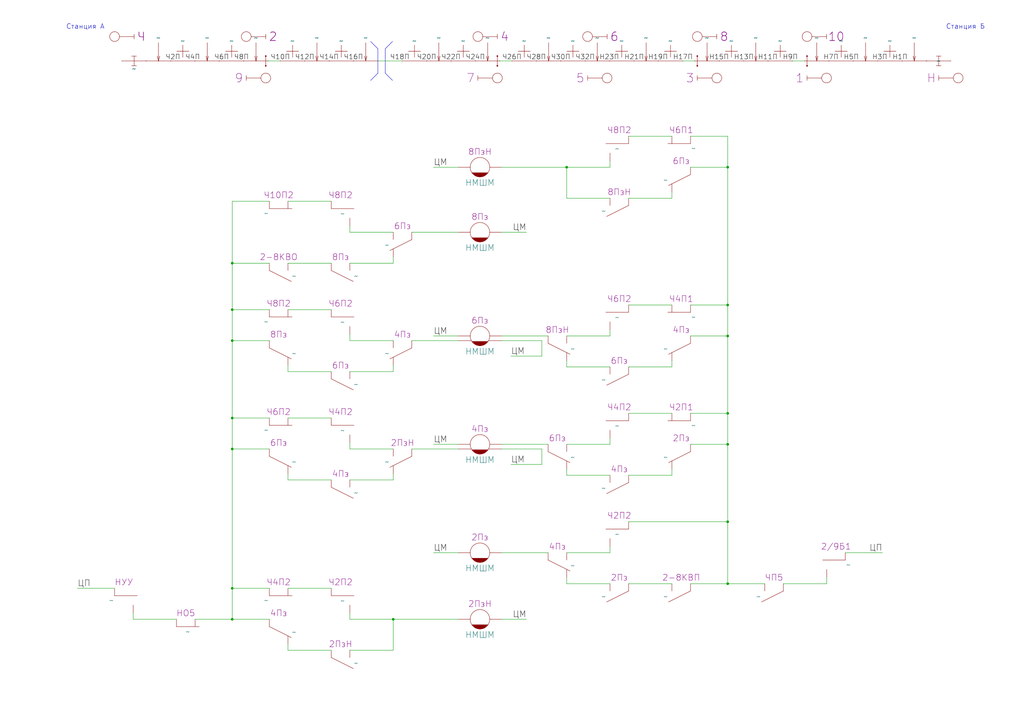
<source format=kicad_sch>
(kicad_sch (version 20250114) (generator "eeschema") (generator_version "9.0")
  (paper "A3")
  (title_block (title "Станция А") (company "МКТ РУТ (МИИТ)") (comment 1 "КП 27.02.03.03.000 ГЧ") (comment 2 "Сафранович") (comment 3 "Бузунова"))
  (lib_symbols
    (symbol "SCB:Изостык" (pin_numbers (hide yes)) (pin_names (offset 0) (hide yes))
      (symbol "Изостык_1_1"
        (unit_name "Одиночный")
        (pin unspecified line (at 0 0 90) (length 0) (name "привязка") (number ""))
      )
      (symbol "Изостык_2_1"
        (unit_name "Со светофором")
        (pin unspecified line (at -5 0 0) (length 0) (name "привязка") (number ""))
        (pin unspecified line (at 5 0 180) (length 0) (name "") (number ""))
      )
    )
    (symbol "SCB:Светофор" (pin_numbers (hide yes)) (pin_names (offset 0) (hide yes))
      (property "Литера" "?" (at 3 0 0))
    )
    (symbol "SCB:УКСПС" (pin_numbers (hide yes)) (pin_names (offset 0) (hide yes))
      (property "Литера" "?УКСПС" (at 0 6 0))
      (symbol "УКСПС_1_1"
        (unit_name "Без направления")
        (pin unspecified line (at 0 0 90) (length 0) (name "привязка") (number ""))
      )
      (symbol "УКСПС_2_1"
        (unit_name "С направлением")
        (pin unspecified line (at 0 0 90) (length 0) (name "привязка") (number ""))
      )
    )
    (symbol "SCB_Legacy:Контакт_нейтрального_якоря_НЗ_бн" (pin_numbers (hide yes)) (pin_names (hide yes))
      (property "Обозначение реле" "Н" (at 0 2.54 0))
      (symbol "Контакт_нейтрального_якоря_НЗ_бн_0_1"
        (pin bidirectional line (at -3.81 0 270) (length 3) (name "") (number "1"))
      )
      (symbol "Контакт_нейтрального_якоря_НЗ_бн_1_1"
        (unit_name "Фронтовой-Тыловой")
        (pin bidirectional line (at 3.81 0 270) (length 3) (name "") (number "2"))
        (pin bidirectional line (at 3.81 -10.16 90) (length 3.3) (name "") (number "3"))
      )
      (symbol "Контакт_нейтрального_якоря_НЗ_бн_2_1"
        (unit_name "Тыловой")
        (pin bidirectional line (at 3.81 -10.16 90) (length 3.3) (name "") (number "3"))
      )
      (symbol "Контакт_нейтрального_якоря_НЗ_бн_3_1"
        (unit_name "Фронтовой")
        (pin bidirectional line (at 3.81 0 270) (length 3) (name "") (number "2"))
      )
      (symbol "Контакт_нейтрального_якоря_НЗ_бн_4_1"
        (unit_name "Усиленный перелючающий")
        (pin bidirectional line (at -3.81 0 270) (length 3) (name "") (number "1"))
        (pin bidirectional line (at 8.89 0 180) (length 2) (name "") (number "2"))
        (pin bidirectional line (at 8.89 -10.16 180) (length 2) (name "") (number "3"))
      )
      (symbol "Контакт_нейтрального_якоря_НЗ_бн_5_1"
        (unit_name "Усиленный замыкающий")
        (pin bidirectional line (at 8.89 0 180) (length 2) (name "") (number "2"))
      )
      (symbol "Контакт_нейтрального_якоря_НЗ_бн_6_1"
        (unit_name "Усиленный размыкающий")
        (pin bidirectional line (at 8.89 -10.16 180) (length 2) (name "") (number "3"))
      )
      (symbol "Контакт_нейтрального_якоря_НЗ_бн_7_1"
        (unit_name "С магнитным гашением")
        (pin bidirectional line (at 3.81 -10.16 90) (length 3.3) (name "") (number "3"))
        (pin bidirectional line (at 12.7 0 180) (length 2) (name "") (number "2"))
      )
      (symbol "Контакт_нейтрального_якоря_НЗ_бн_8_1"
        (unit_name "С безобрывным переключением")
        (pin bidirectional line (at 3.81 0 270) (length 3) (name "") (number "2"))
        (pin bidirectional line (at 3.81 -10.16 90) (length 3.3) (name "") (number "3"))
      )
    )
    (symbol "SCB_Legacy:Контакт_нейтрального_якоря_бн" (pin_numbers (hide yes)) (pin_names (hide yes))
      (property "Обозначение реле" "Н" (at 0 2.54 0))
      (symbol "Контакт_нейтрального_якоря_бн_0_1"
        (pin bidirectional line (at -3.81 0 270) (length 3) (name "") (number "1"))
      )
      (symbol "Контакт_нейтрального_якоря_бн_1_1"
        (unit_name "Фронтовой-Тыловой")
        (pin bidirectional line (at 3.81 0 270) (length 3) (name "") (number "2"))
        (pin bidirectional line (at 3.81 -10.16 90) (length 3.3) (name "") (number "3"))
      )
      (symbol "Контакт_нейтрального_якоря_бн_2_1"
        (unit_name "Тыловой")
        (pin bidirectional line (at 3.81 -10.16 90) (length 3.3) (name "") (number "3"))
      )
      (symbol "Контакт_нейтрального_якоря_бн_3_1"
        (unit_name "Фронтовой")
        (pin bidirectional line (at 3.81 0 270) (length 3) (name "") (number "2"))
      )
      (symbol "Контакт_нейтрального_якоря_бн_4_1"
        (unit_name "Усиленный перелючающий")
        (pin bidirectional line (at -3.81 0 270) (length 3) (name "") (number "1"))
        (pin bidirectional line (at 8.89 0 180) (length 2) (name "") (number "2"))
        (pin bidirectional line (at 8.89 -10.16 180) (length 2) (name "") (number "3"))
      )
      (symbol "Контакт_нейтрального_якоря_бн_5_1"
        (unit_name "Усиленный замыкающий")
        (pin bidirectional line (at 8.89 0 180) (length 2) (name "") (number "2"))
      )
      (symbol "Контакт_нейтрального_якоря_бн_6_1"
        (unit_name "Усиленный размыкающий")
        (pin bidirectional line (at 8.89 -10.16 180) (length 2) (name "") (number "3"))
      )
      (symbol "Контакт_нейтрального_якоря_бн_7_1"
        (unit_name "С магнитным гашением")
        (pin bidirectional line (at 3.81 -10.16 90) (length 3.3) (name "") (number "3"))
        (pin bidirectional line (at 12.7 0 180) (length 2) (name "") (number "2"))
      )
      (symbol "Контакт_нейтрального_якоря_бн_8_1"
        (unit_name "С безобрывным переключением")
        (pin bidirectional line (at 3.81 0 270) (length 3) (name "") (number "2"))
        (pin bidirectional line (at 3.81 -10.16 90) (length 3.3) (name "") (number "3"))
      )
      (symbol "Контакт_нейтрального_якоря_бн_9_1"
        (unit_name "Фронтовой-тыловой термолемента")
        (pin bidirectional line (at 3.81 0 270) (length 3) (name "") (number "2"))
        (pin bidirectional line (at 3.81 -10.16 90) (length 3.3) (name "") (number "3"))
      )
      (symbol "Контакт_нейтрального_якоря_бн_10_1"
        (unit_name "Тыловой термолемента")
        (pin bidirectional line (at 3.81 -10.16 90) (length 3.3) (name "") (number "3"))
      )
      (symbol "Контакт_нейтрального_якоря_бн_11_1"
        (unit_name "Фронтовой термолемента")
        (pin bidirectional line (at 3.81 0 270) (length 3) (name "") (number "2"))
      )
    )
    (symbol "SCB_Relay:Нейтральное_с_замедлением_на_отпуск" (pin_numbers (hide yes)) (pin_names (offset 0.002) (hide yes))
      (property "Value" "НМШМ" (at 0 -6.35 0))
      (property "Обозначение реле" "Н" (at 0 6.35 0))
      (symbol "Нейтральное_с_замедлением_на_отпуск_1_1"
        (unit_name "Общее")
        (pin power_in line (at -8.89 0 0) (length 4.8) (name "") (number "1"))
        (pin power_in line (at 8.89 0 180) (length 4.8) (name "") (number "4"))
      )
      (symbol "Нейтральное_с_замедлением_на_отпуск_2_1"
        (unit_name "С раздельными")
        (pin power_in line (at -8.89 0 0) (length 4.8) (name "") (number "1"))
        (pin power_in line (at -8.89 -1.905 0) (length 5.3) (name "") (number "2"))
        (pin power_in line (at 8.89 0 180) (length 4.8) (name "") (number "3"))
        (pin power_in line (at 8.89 -1.905 180) (length 5.3) (name "") (number "4"))
      )
    )
    (symbol "SCB_АБТЦ:Генератор_Нитки"
      (symbol "Генератор_Нитки_1_1"
        (pin unspecified line (at -5 0 0) (length 0) (name "") (number ""))
        (pin unspecified line (at 5 0 180) (length 0) (name "") (number ""))
      )
    )
    (symbol "SCB_АБТЦ:Приемник_Нитки"
      (symbol "Приемник_Нитки_1_1"
        (pin unspecified line (at -5 0 0) (length 0) (name "") (number ""))
        (pin unspecified line (at 5 0 180) (length 0) (name "") (number ""))
      )
    )
    (symbol "Контакт_нейтрального_якоря_НЗ_бн_1" (pin_numbers (hide yes)) (pin_names (hide yes))
      (property "Обозначение реле" "Н" (at 0 2.54 0))
      (symbol "Контакт_нейтрального_якоря_НЗ_бн_1_0_1"
        (pin bidirectional line (at -3.81 0 270) (length 3) (name "") (number "1"))
      )
      (symbol "Контакт_нейтрального_якоря_НЗ_бн_1_1_1"
        (unit_name "Фронтовой-Тыловой")
        (pin bidirectional line (at 3.81 0 270) (length 3) (name "") (number "2"))
        (pin bidirectional line (at 3.81 -10.16 90) (length 3.3) (name "") (number "3"))
      )
      (symbol "Контакт_нейтрального_якоря_НЗ_бн_1_2_1"
        (unit_name "Тыловой")
        (pin bidirectional line (at 3.81 -10.16 90) (length 3.3) (name "") (number "3"))
      )
      (symbol "Контакт_нейтрального_якоря_НЗ_бн_1_3_1"
        (unit_name "Фронтовой")
        (pin bidirectional line (at 3.81 0 270) (length 3) (name "") (number "2"))
      )
      (symbol "Контакт_нейтрального_якоря_НЗ_бн_1_4_1"
        (unit_name "Усиленный перелючающий")
        (pin bidirectional line (at -3.81 0 270) (length 3) (name "") (number "1"))
        (pin bidirectional line (at 8.89 0 180) (length 2) (name "") (number "2"))
        (pin bidirectional line (at 8.89 -10.16 180) (length 2) (name "") (number "3"))
      )
      (symbol "Контакт_нейтрального_якоря_НЗ_бн_1_5_1"
        (unit_name "Усиленный замыкающий")
        (pin bidirectional line (at 8.89 0 180) (length 2) (name "") (number "2"))
      )
      (symbol "Контакт_нейтрального_якоря_НЗ_бн_1_6_1"
        (unit_name "Усиленный размыкающий")
        (pin bidirectional line (at 8.89 -10.16 180) (length 2) (name "") (number "3"))
      )
      (symbol "Контакт_нейтрального_якоря_НЗ_бн_1_7_1"
        (unit_name "С магнитным гашением")
        (pin bidirectional line (at 3.81 -10.16 90) (length 3.3) (name "") (number "3"))
        (pin bidirectional line (at 12.7 0 180) (length 2) (name "") (number "2"))
      )
      (symbol "Контакт_нейтрального_якоря_НЗ_бн_1_8_1"
        (unit_name "С безобрывным переключением")
        (pin bidirectional line (at 3.81 0 270) (length 3) (name "") (number "2"))
        (pin bidirectional line (at 3.81 -10.16 90) (length 3.3) (name "") (number "3"))
      )
    )
    (symbol "Контакт_нейтрального_якоря_НЗ_бн_10" (pin_numbers (hide yes)) (pin_names (hide yes))
      (property "Обозначение реле" "Н" (at 0 2.54 0))
      (symbol "Контакт_нейтрального_якоря_НЗ_бн_10_0_1"
        (pin bidirectional line (at -3.81 0 270) (length 3) (name "") (number "1"))
      )
      (symbol "Контакт_нейтрального_якоря_НЗ_бн_10_1_1"
        (unit_name "Фронтовой-Тыловой")
        (pin bidirectional line (at 3.81 0 270) (length 3) (name "") (number "2"))
        (pin bidirectional line (at 3.81 -10.16 90) (length 3.3) (name "") (number "3"))
      )
      (symbol "Контакт_нейтрального_якоря_НЗ_бн_10_2_1"
        (unit_name "Тыловой")
        (pin bidirectional line (at 3.81 -10.16 90) (length 3.3) (name "") (number "3"))
      )
      (symbol "Контакт_нейтрального_якоря_НЗ_бн_10_3_1"
        (unit_name "Фронтовой")
        (pin bidirectional line (at 3.81 0 270) (length 3) (name "") (number "2"))
      )
      (symbol "Контакт_нейтрального_якоря_НЗ_бн_10_4_1"
        (unit_name "Усиленный перелючающий")
        (pin bidirectional line (at -3.81 0 270) (length 3) (name "") (number "1"))
        (pin bidirectional line (at 8.89 0 180) (length 2) (name "") (number "2"))
        (pin bidirectional line (at 8.89 -10.16 180) (length 2) (name "") (number "3"))
      )
      (symbol "Контакт_нейтрального_якоря_НЗ_бн_10_5_1"
        (unit_name "Усиленный замыкающий")
        (pin bidirectional line (at 8.89 0 180) (length 2) (name "") (number "2"))
      )
      (symbol "Контакт_нейтрального_якоря_НЗ_бн_10_6_1"
        (unit_name "Усиленный размыкающий")
        (pin bidirectional line (at 8.89 -10.16 180) (length 2) (name "") (number "3"))
      )
      (symbol "Контакт_нейтрального_якоря_НЗ_бн_10_7_1"
        (unit_name "С магнитным гашением")
        (pin bidirectional line (at 3.81 -10.16 90) (length 3.3) (name "") (number "3"))
        (pin bidirectional line (at 12.7 0 180) (length 2) (name "") (number "2"))
      )
      (symbol "Контакт_нейтрального_якоря_НЗ_бн_10_8_1"
        (unit_name "С безобрывным переключением")
        (pin bidirectional line (at 3.81 0 270) (length 3) (name "") (number "2"))
        (pin bidirectional line (at 3.81 -10.16 90) (length 3.3) (name "") (number "3"))
      )
    )
    (symbol "Контакт_нейтрального_якоря_НЗ_бн_11" (pin_numbers (hide yes)) (pin_names (hide yes))
      (property "Обозначение реле" "Н" (at 0 2.54 0))
      (symbol "Контакт_нейтрального_якоря_НЗ_бн_11_0_1"
        (pin bidirectional line (at -3.81 0 270) (length 3) (name "") (number "1"))
      )
      (symbol "Контакт_нейтрального_якоря_НЗ_бн_11_1_1"
        (unit_name "Фронтовой-Тыловой")
        (pin bidirectional line (at 3.81 0 270) (length 3) (name "") (number "2"))
        (pin bidirectional line (at 3.81 -10.16 90) (length 3.3) (name "") (number "3"))
      )
      (symbol "Контакт_нейтрального_якоря_НЗ_бн_11_2_1"
        (unit_name "Тыловой")
        (pin bidirectional line (at 3.81 -10.16 90) (length 3.3) (name "") (number "3"))
      )
      (symbol "Контакт_нейтрального_якоря_НЗ_бн_11_3_1"
        (unit_name "Фронтовой")
        (pin bidirectional line (at 3.81 0 270) (length 3) (name "") (number "2"))
      )
      (symbol "Контакт_нейтрального_якоря_НЗ_бн_11_4_1"
        (unit_name "Усиленный перелючающий")
        (pin bidirectional line (at -3.81 0 270) (length 3) (name "") (number "1"))
        (pin bidirectional line (at 8.89 0 180) (length 2) (name "") (number "2"))
        (pin bidirectional line (at 8.89 -10.16 180) (length 2) (name "") (number "3"))
      )
      (symbol "Контакт_нейтрального_якоря_НЗ_бн_11_5_1"
        (unit_name "Усиленный замыкающий")
        (pin bidirectional line (at 8.89 0 180) (length 2) (name "") (number "2"))
      )
      (symbol "Контакт_нейтрального_якоря_НЗ_бн_11_6_1"
        (unit_name "Усиленный размыкающий")
        (pin bidirectional line (at 8.89 -10.16 180) (length 2) (name "") (number "3"))
      )
      (symbol "Контакт_нейтрального_якоря_НЗ_бн_11_7_1"
        (unit_name "С магнитным гашением")
        (pin bidirectional line (at 3.81 -10.16 90) (length 3.3) (name "") (number "3"))
        (pin bidirectional line (at 12.7 0 180) (length 2) (name "") (number "2"))
      )
      (symbol "Контакт_нейтрального_якоря_НЗ_бн_11_8_1"
        (unit_name "С безобрывным переключением")
        (pin bidirectional line (at 3.81 0 270) (length 3) (name "") (number "2"))
        (pin bidirectional line (at 3.81 -10.16 90) (length 3.3) (name "") (number "3"))
      )
    )
    (symbol "Контакт_нейтрального_якоря_НЗ_бн_12" (pin_numbers (hide yes)) (pin_names (hide yes))
      (property "Обозначение реле" "Н" (at 0 2.54 0))
      (symbol "Контакт_нейтрального_якоря_НЗ_бн_12_0_1"
        (pin bidirectional line (at -3.81 0 270) (length 3) (name "") (number "1"))
      )
      (symbol "Контакт_нейтрального_якоря_НЗ_бн_12_1_1"
        (unit_name "Фронтовой-Тыловой")
        (pin bidirectional line (at 3.81 0 270) (length 3) (name "") (number "2"))
        (pin bidirectional line (at 3.81 -10.16 90) (length 3.3) (name "") (number "3"))
      )
      (symbol "Контакт_нейтрального_якоря_НЗ_бн_12_2_1"
        (unit_name "Тыловой")
        (pin bidirectional line (at 3.81 -10.16 90) (length 3.3) (name "") (number "3"))
      )
      (symbol "Контакт_нейтрального_якоря_НЗ_бн_12_3_1"
        (unit_name "Фронтовой")
        (pin bidirectional line (at 3.81 0 270) (length 3) (name "") (number "2"))
      )
      (symbol "Контакт_нейтрального_якоря_НЗ_бн_12_4_1"
        (unit_name "Усиленный перелючающий")
        (pin bidirectional line (at -3.81 0 270) (length 3) (name "") (number "1"))
        (pin bidirectional line (at 8.89 0 180) (length 2) (name "") (number "2"))
        (pin bidirectional line (at 8.89 -10.16 180) (length 2) (name "") (number "3"))
      )
      (symbol "Контакт_нейтрального_якоря_НЗ_бн_12_5_1"
        (unit_name "Усиленный замыкающий")
        (pin bidirectional line (at 8.89 0 180) (length 2) (name "") (number "2"))
      )
      (symbol "Контакт_нейтрального_якоря_НЗ_бн_12_6_1"
        (unit_name "Усиленный размыкающий")
        (pin bidirectional line (at 8.89 -10.16 180) (length 2) (name "") (number "3"))
      )
      (symbol "Контакт_нейтрального_якоря_НЗ_бн_12_7_1"
        (unit_name "С магнитным гашением")
        (pin bidirectional line (at 3.81 -10.16 90) (length 3.3) (name "") (number "3"))
        (pin bidirectional line (at 12.7 0 180) (length 2) (name "") (number "2"))
      )
      (symbol "Контакт_нейтрального_якоря_НЗ_бн_12_8_1"
        (unit_name "С безобрывным переключением")
        (pin bidirectional line (at 3.81 0 270) (length 3) (name "") (number "2"))
        (pin bidirectional line (at 3.81 -10.16 90) (length 3.3) (name "") (number "3"))
      )
    )
    (symbol "Контакт_нейтрального_якоря_НЗ_бн_13" (pin_numbers (hide yes)) (pin_names (hide yes))
      (property "Обозначение реле" "Н" (at 0 2.54 0))
      (symbol "Контакт_нейтрального_якоря_НЗ_бн_13_0_1"
        (pin bidirectional line (at -3.81 0 270) (length 3) (name "") (number "1"))
      )
      (symbol "Контакт_нейтрального_якоря_НЗ_бн_13_1_1"
        (unit_name "Фронтовой-Тыловой")
        (pin bidirectional line (at 3.81 0 270) (length 3) (name "") (number "2"))
        (pin bidirectional line (at 3.81 -10.16 90) (length 3.3) (name "") (number "3"))
      )
      (symbol "Контакт_нейтрального_якоря_НЗ_бн_13_2_1"
        (unit_name "Тыловой")
        (pin bidirectional line (at 3.81 -10.16 90) (length 3.3) (name "") (number "3"))
      )
      (symbol "Контакт_нейтрального_якоря_НЗ_бн_13_3_1"
        (unit_name "Фронтовой")
        (pin bidirectional line (at 3.81 0 270) (length 3) (name "") (number "2"))
      )
      (symbol "Контакт_нейтрального_якоря_НЗ_бн_13_4_1"
        (unit_name "Усиленный перелючающий")
        (pin bidirectional line (at -3.81 0 270) (length 3) (name "") (number "1"))
        (pin bidirectional line (at 8.89 0 180) (length 2) (name "") (number "2"))
        (pin bidirectional line (at 8.89 -10.16 180) (length 2) (name "") (number "3"))
      )
      (symbol "Контакт_нейтрального_якоря_НЗ_бн_13_5_1"
        (unit_name "Усиленный замыкающий")
        (pin bidirectional line (at 8.89 0 180) (length 2) (name "") (number "2"))
      )
      (symbol "Контакт_нейтрального_якоря_НЗ_бн_13_6_1"
        (unit_name "Усиленный размыкающий")
        (pin bidirectional line (at 8.89 -10.16 180) (length 2) (name "") (number "3"))
      )
      (symbol "Контакт_нейтрального_якоря_НЗ_бн_13_7_1"
        (unit_name "С магнитным гашением")
        (pin bidirectional line (at 3.81 -10.16 90) (length 3.3) (name "") (number "3"))
        (pin bidirectional line (at 12.7 0 180) (length 2) (name "") (number "2"))
      )
      (symbol "Контакт_нейтрального_якоря_НЗ_бн_13_8_1"
        (unit_name "С безобрывным переключением")
        (pin bidirectional line (at 3.81 0 270) (length 3) (name "") (number "2"))
        (pin bidirectional line (at 3.81 -10.16 90) (length 3.3) (name "") (number "3"))
      )
    )
    (symbol "Контакт_нейтрального_якоря_НЗ_бн_14" (pin_numbers (hide yes)) (pin_names (hide yes))
      (property "Обозначение реле" "Н" (at 0 2.54 0))
      (symbol "Контакт_нейтрального_якоря_НЗ_бн_14_0_1"
        (pin bidirectional line (at -3.81 0 270) (length 3) (name "") (number "1"))
      )
      (symbol "Контакт_нейтрального_якоря_НЗ_бн_14_1_1"
        (unit_name "Фронтовой-Тыловой")
        (pin bidirectional line (at 3.81 0 270) (length 3) (name "") (number "2"))
        (pin bidirectional line (at 3.81 -10.16 90) (length 3.3) (name "") (number "3"))
      )
      (symbol "Контакт_нейтрального_якоря_НЗ_бн_14_2_1"
        (unit_name "Тыловой")
        (pin bidirectional line (at 3.81 -10.16 90) (length 3.3) (name "") (number "3"))
      )
      (symbol "Контакт_нейтрального_якоря_НЗ_бн_14_3_1"
        (unit_name "Фронтовой")
        (pin bidirectional line (at 3.81 0 270) (length 3) (name "") (number "2"))
      )
      (symbol "Контакт_нейтрального_якоря_НЗ_бн_14_4_1"
        (unit_name "Усиленный перелючающий")
        (pin bidirectional line (at -3.81 0 270) (length 3) (name "") (number "1"))
        (pin bidirectional line (at 8.89 0 180) (length 2) (name "") (number "2"))
        (pin bidirectional line (at 8.89 -10.16 180) (length 2) (name "") (number "3"))
      )
      (symbol "Контакт_нейтрального_якоря_НЗ_бн_14_5_1"
        (unit_name "Усиленный замыкающий")
        (pin bidirectional line (at 8.89 0 180) (length 2) (name "") (number "2"))
      )
      (symbol "Контакт_нейтрального_якоря_НЗ_бн_14_6_1"
        (unit_name "Усиленный размыкающий")
        (pin bidirectional line (at 8.89 -10.16 180) (length 2) (name "") (number "3"))
      )
      (symbol "Контакт_нейтрального_якоря_НЗ_бн_14_7_1"
        (unit_name "С магнитным гашением")
        (pin bidirectional line (at 3.81 -10.16 90) (length 3.3) (name "") (number "3"))
        (pin bidirectional line (at 12.7 0 180) (length 2) (name "") (number "2"))
      )
      (symbol "Контакт_нейтрального_якоря_НЗ_бн_14_8_1"
        (unit_name "С безобрывным переключением")
        (pin bidirectional line (at 3.81 0 270) (length 3) (name "") (number "2"))
        (pin bidirectional line (at 3.81 -10.16 90) (length 3.3) (name "") (number "3"))
      )
    )
    (symbol "Контакт_нейтрального_якоря_НЗ_бн_15" (pin_numbers (hide yes)) (pin_names (hide yes))
      (property "Обозначение реле" "Н" (at 0 2.54 0))
      (symbol "Контакт_нейтрального_якоря_НЗ_бн_15_0_1"
        (pin bidirectional line (at -3.81 0 270) (length 3) (name "") (number "1"))
      )
      (symbol "Контакт_нейтрального_якоря_НЗ_бн_15_1_1"
        (unit_name "Фронтовой-Тыловой")
        (pin bidirectional line (at 3.81 0 270) (length 3) (name "") (number "2"))
        (pin bidirectional line (at 3.81 -10.16 90) (length 3.3) (name "") (number "3"))
      )
      (symbol "Контакт_нейтрального_якоря_НЗ_бн_15_2_1"
        (unit_name "Тыловой")
        (pin bidirectional line (at 3.81 -10.16 90) (length 3.3) (name "") (number "3"))
      )
      (symbol "Контакт_нейтрального_якоря_НЗ_бн_15_3_1"
        (unit_name "Фронтовой")
        (pin bidirectional line (at 3.81 0 270) (length 3) (name "") (number "2"))
      )
      (symbol "Контакт_нейтрального_якоря_НЗ_бн_15_4_1"
        (unit_name "Усиленный перелючающий")
        (pin bidirectional line (at -3.81 0 270) (length 3) (name "") (number "1"))
        (pin bidirectional line (at 8.89 0 180) (length 2) (name "") (number "2"))
        (pin bidirectional line (at 8.89 -10.16 180) (length 2) (name "") (number "3"))
      )
      (symbol "Контакт_нейтрального_якоря_НЗ_бн_15_5_1"
        (unit_name "Усиленный замыкающий")
        (pin bidirectional line (at 8.89 0 180) (length 2) (name "") (number "2"))
      )
      (symbol "Контакт_нейтрального_якоря_НЗ_бн_15_6_1"
        (unit_name "Усиленный размыкающий")
        (pin bidirectional line (at 8.89 -10.16 180) (length 2) (name "") (number "3"))
      )
      (symbol "Контакт_нейтрального_якоря_НЗ_бн_15_7_1"
        (unit_name "С магнитным гашением")
        (pin bidirectional line (at 3.81 -10.16 90) (length 3.3) (name "") (number "3"))
        (pin bidirectional line (at 12.7 0 180) (length 2) (name "") (number "2"))
      )
      (symbol "Контакт_нейтрального_якоря_НЗ_бн_15_8_1"
        (unit_name "С безобрывным переключением")
        (pin bidirectional line (at 3.81 0 270) (length 3) (name "") (number "2"))
        (pin bidirectional line (at 3.81 -10.16 90) (length 3.3) (name "") (number "3"))
      )
    )
    (symbol "Контакт_нейтрального_якоря_НЗ_бн_16" (pin_numbers (hide yes)) (pin_names (hide yes))
      (property "Обозначение реле" "Н" (at 0 2.54 0))
      (symbol "Контакт_нейтрального_якоря_НЗ_бн_16_0_1"
        (pin bidirectional line (at -3.81 0 270) (length 3) (name "") (number "1"))
      )
      (symbol "Контакт_нейтрального_якоря_НЗ_бн_16_1_1"
        (unit_name "Фронтовой-Тыловой")
        (pin bidirectional line (at 3.81 0 270) (length 3) (name "") (number "2"))
        (pin bidirectional line (at 3.81 -10.16 90) (length 3.3) (name "") (number "3"))
      )
      (symbol "Контакт_нейтрального_якоря_НЗ_бн_16_2_1"
        (unit_name "Тыловой")
        (pin bidirectional line (at 3.81 -10.16 90) (length 3.3) (name "") (number "3"))
      )
      (symbol "Контакт_нейтрального_якоря_НЗ_бн_16_3_1"
        (unit_name "Фронтовой")
        (pin bidirectional line (at 3.81 0 270) (length 3) (name "") (number "2"))
      )
      (symbol "Контакт_нейтрального_якоря_НЗ_бн_16_4_1"
        (unit_name "Усиленный перелючающий")
        (pin bidirectional line (at -3.81 0 270) (length 3) (name "") (number "1"))
        (pin bidirectional line (at 8.89 0 180) (length 2) (name "") (number "2"))
        (pin bidirectional line (at 8.89 -10.16 180) (length 2) (name "") (number "3"))
      )
      (symbol "Контакт_нейтрального_якоря_НЗ_бн_16_5_1"
        (unit_name "Усиленный замыкающий")
        (pin bidirectional line (at 8.89 0 180) (length 2) (name "") (number "2"))
      )
      (symbol "Контакт_нейтрального_якоря_НЗ_бн_16_6_1"
        (unit_name "Усиленный размыкающий")
        (pin bidirectional line (at 8.89 -10.16 180) (length 2) (name "") (number "3"))
      )
      (symbol "Контакт_нейтрального_якоря_НЗ_бн_16_7_1"
        (unit_name "С магнитным гашением")
        (pin bidirectional line (at 3.81 -10.16 90) (length 3.3) (name "") (number "3"))
        (pin bidirectional line (at 12.7 0 180) (length 2) (name "") (number "2"))
      )
      (symbol "Контакт_нейтрального_якоря_НЗ_бн_16_8_1"
        (unit_name "С безобрывным переключением")
        (pin bidirectional line (at 3.81 0 270) (length 3) (name "") (number "2"))
        (pin bidirectional line (at 3.81 -10.16 90) (length 3.3) (name "") (number "3"))
      )
    )
    (symbol "Контакт_нейтрального_якоря_НЗ_бн_17" (pin_numbers (hide yes)) (pin_names (hide yes))
      (property "Обозначение реле" "Н" (at 0 2.54 0))
      (symbol "Контакт_нейтрального_якоря_НЗ_бн_17_0_1"
        (pin bidirectional line (at -3.81 0 270) (length 3) (name "") (number "1"))
      )
      (symbol "Контакт_нейтрального_якоря_НЗ_бн_17_1_1"
        (unit_name "Фронтовой-Тыловой")
        (pin bidirectional line (at 3.81 0 270) (length 3) (name "") (number "2"))
        (pin bidirectional line (at 3.81 -10.16 90) (length 3.3) (name "") (number "3"))
      )
      (symbol "Контакт_нейтрального_якоря_НЗ_бн_17_2_1"
        (unit_name "Тыловой")
        (pin bidirectional line (at 3.81 -10.16 90) (length 3.3) (name "") (number "3"))
      )
      (symbol "Контакт_нейтрального_якоря_НЗ_бн_17_3_1"
        (unit_name "Фронтовой")
        (pin bidirectional line (at 3.81 0 270) (length 3) (name "") (number "2"))
      )
      (symbol "Контакт_нейтрального_якоря_НЗ_бн_17_4_1"
        (unit_name "Усиленный перелючающий")
        (pin bidirectional line (at -3.81 0 270) (length 3) (name "") (number "1"))
        (pin bidirectional line (at 8.89 0 180) (length 2) (name "") (number "2"))
        (pin bidirectional line (at 8.89 -10.16 180) (length 2) (name "") (number "3"))
      )
      (symbol "Контакт_нейтрального_якоря_НЗ_бн_17_5_1"
        (unit_name "Усиленный замыкающий")
        (pin bidirectional line (at 8.89 0 180) (length 2) (name "") (number "2"))
      )
      (symbol "Контакт_нейтрального_якоря_НЗ_бн_17_6_1"
        (unit_name "Усиленный размыкающий")
        (pin bidirectional line (at 8.89 -10.16 180) (length 2) (name "") (number "3"))
      )
      (symbol "Контакт_нейтрального_якоря_НЗ_бн_17_7_1"
        (unit_name "С магнитным гашением")
        (pin bidirectional line (at 3.81 -10.16 90) (length 3.3) (name "") (number "3"))
        (pin bidirectional line (at 12.7 0 180) (length 2) (name "") (number "2"))
      )
      (symbol "Контакт_нейтрального_якоря_НЗ_бн_17_8_1"
        (unit_name "С безобрывным переключением")
        (pin bidirectional line (at 3.81 0 270) (length 3) (name "") (number "2"))
        (pin bidirectional line (at 3.81 -10.16 90) (length 3.3) (name "") (number "3"))
      )
    )
    (symbol "Контакт_нейтрального_якоря_НЗ_бн_2" (pin_numbers (hide yes)) (pin_names (hide yes))
      (property "Обозначение реле" "Н" (at 0 2.54 0))
      (symbol "Контакт_нейтрального_якоря_НЗ_бн_2_0_1"
        (pin bidirectional line (at -3.81 0 270) (length 3) (name "") (number "1"))
      )
      (symbol "Контакт_нейтрального_якоря_НЗ_бн_2_1_1"
        (unit_name "Фронтовой-Тыловой")
        (pin bidirectional line (at 3.81 0 270) (length 3) (name "") (number "2"))
        (pin bidirectional line (at 3.81 -10.16 90) (length 3.3) (name "") (number "3"))
      )
      (symbol "Контакт_нейтрального_якоря_НЗ_бн_2_2_1"
        (unit_name "Тыловой")
        (pin bidirectional line (at 3.81 -10.16 90) (length 3.3) (name "") (number "3"))
      )
      (symbol "Контакт_нейтрального_якоря_НЗ_бн_2_3_1"
        (unit_name "Фронтовой")
        (pin bidirectional line (at 3.81 0 270) (length 3) (name "") (number "2"))
      )
      (symbol "Контакт_нейтрального_якоря_НЗ_бн_2_4_1"
        (unit_name "Усиленный перелючающий")
        (pin bidirectional line (at -3.81 0 270) (length 3) (name "") (number "1"))
        (pin bidirectional line (at 8.89 0 180) (length 2) (name "") (number "2"))
        (pin bidirectional line (at 8.89 -10.16 180) (length 2) (name "") (number "3"))
      )
      (symbol "Контакт_нейтрального_якоря_НЗ_бн_2_5_1"
        (unit_name "Усиленный замыкающий")
        (pin bidirectional line (at 8.89 0 180) (length 2) (name "") (number "2"))
      )
      (symbol "Контакт_нейтрального_якоря_НЗ_бн_2_6_1"
        (unit_name "Усиленный размыкающий")
        (pin bidirectional line (at 8.89 -10.16 180) (length 2) (name "") (number "3"))
      )
      (symbol "Контакт_нейтрального_якоря_НЗ_бн_2_7_1"
        (unit_name "С магнитным гашением")
        (pin bidirectional line (at 3.81 -10.16 90) (length 3.3) (name "") (number "3"))
        (pin bidirectional line (at 12.7 0 180) (length 2) (name "") (number "2"))
      )
      (symbol "Контакт_нейтрального_якоря_НЗ_бн_2_8_1"
        (unit_name "С безобрывным переключением")
        (pin bidirectional line (at 3.81 0 270) (length 3) (name "") (number "2"))
        (pin bidirectional line (at 3.81 -10.16 90) (length 3.3) (name "") (number "3"))
      )
    )
    (symbol "Контакт_нейтрального_якоря_НЗ_бн_3" (pin_numbers (hide yes)) (pin_names (hide yes))
      (property "Обозначение реле" "Н" (at 0 2.54 0))
      (symbol "Контакт_нейтрального_якоря_НЗ_бн_3_0_1"
        (pin bidirectional line (at -3.81 0 270) (length 3) (name "") (number "1"))
      )
      (symbol "Контакт_нейтрального_якоря_НЗ_бн_3_1_1"
        (unit_name "Фронтовой-Тыловой")
        (pin bidirectional line (at 3.81 0 270) (length 3) (name "") (number "2"))
        (pin bidirectional line (at 3.81 -10.16 90) (length 3.3) (name "") (number "3"))
      )
      (symbol "Контакт_нейтрального_якоря_НЗ_бн_3_2_1"
        (unit_name "Тыловой")
        (pin bidirectional line (at 3.81 -10.16 90) (length 3.3) (name "") (number "3"))
      )
      (symbol "Контакт_нейтрального_якоря_НЗ_бн_3_3_1"
        (unit_name "Фронтовой")
        (pin bidirectional line (at 3.81 0 270) (length 3) (name "") (number "2"))
      )
      (symbol "Контакт_нейтрального_якоря_НЗ_бн_3_4_1"
        (unit_name "Усиленный перелючающий")
        (pin bidirectional line (at -3.81 0 270) (length 3) (name "") (number "1"))
        (pin bidirectional line (at 8.89 0 180) (length 2) (name "") (number "2"))
        (pin bidirectional line (at 8.89 -10.16 180) (length 2) (name "") (number "3"))
      )
      (symbol "Контакт_нейтрального_якоря_НЗ_бн_3_5_1"
        (unit_name "Усиленный замыкающий")
        (pin bidirectional line (at 8.89 0 180) (length 2) (name "") (number "2"))
      )
      (symbol "Контакт_нейтрального_якоря_НЗ_бн_3_6_1"
        (unit_name "Усиленный размыкающий")
        (pin bidirectional line (at 8.89 -10.16 180) (length 2) (name "") (number "3"))
      )
      (symbol "Контакт_нейтрального_якоря_НЗ_бн_3_7_1"
        (unit_name "С магнитным гашением")
        (pin bidirectional line (at 3.81 -10.16 90) (length 3.3) (name "") (number "3"))
        (pin bidirectional line (at 12.7 0 180) (length 2) (name "") (number "2"))
      )
      (symbol "Контакт_нейтрального_якоря_НЗ_бн_3_8_1"
        (unit_name "С безобрывным переключением")
        (pin bidirectional line (at 3.81 0 270) (length 3) (name "") (number "2"))
        (pin bidirectional line (at 3.81 -10.16 90) (length 3.3) (name "") (number "3"))
      )
    )
    (symbol "Контакт_нейтрального_якоря_НЗ_бн_4" (pin_numbers (hide yes)) (pin_names (hide yes))
      (property "Обозначение реле" "Н" (at 0 2.54 0))
      (symbol "Контакт_нейтрального_якоря_НЗ_бн_4_0_1"
        (pin bidirectional line (at -3.81 0 270) (length 3) (name "") (number "1"))
      )
      (symbol "Контакт_нейтрального_якоря_НЗ_бн_4_1_1"
        (unit_name "Фронтовой-Тыловой")
        (pin bidirectional line (at 3.81 0 270) (length 3) (name "") (number "2"))
        (pin bidirectional line (at 3.81 -10.16 90) (length 3.3) (name "") (number "3"))
      )
      (symbol "Контакт_нейтрального_якоря_НЗ_бн_4_2_1"
        (unit_name "Тыловой")
        (pin bidirectional line (at 3.81 -10.16 90) (length 3.3) (name "") (number "3"))
      )
      (symbol "Контакт_нейтрального_якоря_НЗ_бн_4_3_1"
        (unit_name "Фронтовой")
        (pin bidirectional line (at 3.81 0 270) (length 3) (name "") (number "2"))
      )
      (symbol "Контакт_нейтрального_якоря_НЗ_бн_4_4_1"
        (unit_name "Усиленный перелючающий")
        (pin bidirectional line (at -3.81 0 270) (length 3) (name "") (number "1"))
        (pin bidirectional line (at 8.89 0 180) (length 2) (name "") (number "2"))
        (pin bidirectional line (at 8.89 -10.16 180) (length 2) (name "") (number "3"))
      )
      (symbol "Контакт_нейтрального_якоря_НЗ_бн_4_5_1"
        (unit_name "Усиленный замыкающий")
        (pin bidirectional line (at 8.89 0 180) (length 2) (name "") (number "2"))
      )
      (symbol "Контакт_нейтрального_якоря_НЗ_бн_4_6_1"
        (unit_name "Усиленный размыкающий")
        (pin bidirectional line (at 8.89 -10.16 180) (length 2) (name "") (number "3"))
      )
      (symbol "Контакт_нейтрального_якоря_НЗ_бн_4_7_1"
        (unit_name "С магнитным гашением")
        (pin bidirectional line (at 3.81 -10.16 90) (length 3.3) (name "") (number "3"))
        (pin bidirectional line (at 12.7 0 180) (length 2) (name "") (number "2"))
      )
      (symbol "Контакт_нейтрального_якоря_НЗ_бн_4_8_1"
        (unit_name "С безобрывным переключением")
        (pin bidirectional line (at 3.81 0 270) (length 3) (name "") (number "2"))
        (pin bidirectional line (at 3.81 -10.16 90) (length 3.3) (name "") (number "3"))
      )
    )
    (symbol "Контакт_нейтрального_якоря_НЗ_бн_5" (pin_numbers (hide yes)) (pin_names (hide yes))
      (property "Обозначение реле" "Н" (at 0 2.54 0))
      (symbol "Контакт_нейтрального_якоря_НЗ_бн_5_0_1"
        (pin bidirectional line (at -3.81 0 270) (length 3) (name "") (number "1"))
      )
      (symbol "Контакт_нейтрального_якоря_НЗ_бн_5_1_1"
        (unit_name "Фронтовой-Тыловой")
        (pin bidirectional line (at 3.81 0 270) (length 3) (name "") (number "2"))
        (pin bidirectional line (at 3.81 -10.16 90) (length 3.3) (name "") (number "3"))
      )
      (symbol "Контакт_нейтрального_якоря_НЗ_бн_5_2_1"
        (unit_name "Тыловой")
        (pin bidirectional line (at 3.81 -10.16 90) (length 3.3) (name "") (number "3"))
      )
      (symbol "Контакт_нейтрального_якоря_НЗ_бн_5_3_1"
        (unit_name "Фронтовой")
        (pin bidirectional line (at 3.81 0 270) (length 3) (name "") (number "2"))
      )
      (symbol "Контакт_нейтрального_якоря_НЗ_бн_5_4_1"
        (unit_name "Усиленный перелючающий")
        (pin bidirectional line (at -3.81 0 270) (length 3) (name "") (number "1"))
        (pin bidirectional line (at 8.89 0 180) (length 2) (name "") (number "2"))
        (pin bidirectional line (at 8.89 -10.16 180) (length 2) (name "") (number "3"))
      )
      (symbol "Контакт_нейтрального_якоря_НЗ_бн_5_5_1"
        (unit_name "Усиленный замыкающий")
        (pin bidirectional line (at 8.89 0 180) (length 2) (name "") (number "2"))
      )
      (symbol "Контакт_нейтрального_якоря_НЗ_бн_5_6_1"
        (unit_name "Усиленный размыкающий")
        (pin bidirectional line (at 8.89 -10.16 180) (length 2) (name "") (number "3"))
      )
      (symbol "Контакт_нейтрального_якоря_НЗ_бн_5_7_1"
        (unit_name "С магнитным гашением")
        (pin bidirectional line (at 3.81 -10.16 90) (length 3.3) (name "") (number "3"))
        (pin bidirectional line (at 12.7 0 180) (length 2) (name "") (number "2"))
      )
      (symbol "Контакт_нейтрального_якоря_НЗ_бн_5_8_1"
        (unit_name "С безобрывным переключением")
        (pin bidirectional line (at 3.81 0 270) (length 3) (name "") (number "2"))
        (pin bidirectional line (at 3.81 -10.16 90) (length 3.3) (name "") (number "3"))
      )
    )
    (symbol "Контакт_нейтрального_якоря_НЗ_бн_6" (pin_numbers (hide yes)) (pin_names (hide yes))
      (property "Обозначение реле" "Н" (at 0 2.54 0))
      (symbol "Контакт_нейтрального_якоря_НЗ_бн_6_0_1"
        (pin bidirectional line (at -3.81 0 270) (length 3) (name "") (number "1"))
      )
      (symbol "Контакт_нейтрального_якоря_НЗ_бн_6_1_1"
        (unit_name "Фронтовой-Тыловой")
        (pin bidirectional line (at 3.81 0 270) (length 3) (name "") (number "2"))
        (pin bidirectional line (at 3.81 -10.16 90) (length 3.3) (name "") (number "3"))
      )
      (symbol "Контакт_нейтрального_якоря_НЗ_бн_6_2_1"
        (unit_name "Тыловой")
        (pin bidirectional line (at 3.81 -10.16 90) (length 3.3) (name "") (number "3"))
      )
      (symbol "Контакт_нейтрального_якоря_НЗ_бн_6_3_1"
        (unit_name "Фронтовой")
        (pin bidirectional line (at 3.81 0 270) (length 3) (name "") (number "2"))
      )
      (symbol "Контакт_нейтрального_якоря_НЗ_бн_6_4_1"
        (unit_name "Усиленный перелючающий")
        (pin bidirectional line (at -3.81 0 270) (length 3) (name "") (number "1"))
        (pin bidirectional line (at 8.89 0 180) (length 2) (name "") (number "2"))
        (pin bidirectional line (at 8.89 -10.16 180) (length 2) (name "") (number "3"))
      )
      (symbol "Контакт_нейтрального_якоря_НЗ_бн_6_5_1"
        (unit_name "Усиленный замыкающий")
        (pin bidirectional line (at 8.89 0 180) (length 2) (name "") (number "2"))
      )
      (symbol "Контакт_нейтрального_якоря_НЗ_бн_6_6_1"
        (unit_name "Усиленный размыкающий")
        (pin bidirectional line (at 8.89 -10.16 180) (length 2) (name "") (number "3"))
      )
      (symbol "Контакт_нейтрального_якоря_НЗ_бн_6_7_1"
        (unit_name "С магнитным гашением")
        (pin bidirectional line (at 3.81 -10.16 90) (length 3.3) (name "") (number "3"))
        (pin bidirectional line (at 12.7 0 180) (length 2) (name "") (number "2"))
      )
      (symbol "Контакт_нейтрального_якоря_НЗ_бн_6_8_1"
        (unit_name "С безобрывным переключением")
        (pin bidirectional line (at 3.81 0 270) (length 3) (name "") (number "2"))
        (pin bidirectional line (at 3.81 -10.16 90) (length 3.3) (name "") (number "3"))
      )
    )
    (symbol "Контакт_нейтрального_якоря_НЗ_бн_7" (pin_numbers (hide yes)) (pin_names (hide yes))
      (property "Обозначение реле" "Н" (at 0 2.54 0))
      (symbol "Контакт_нейтрального_якоря_НЗ_бн_7_0_1"
        (pin bidirectional line (at -3.81 0 270) (length 3) (name "") (number "1"))
      )
      (symbol "Контакт_нейтрального_якоря_НЗ_бн_7_1_1"
        (unit_name "Фронтовой-Тыловой")
        (pin bidirectional line (at 3.81 0 270) (length 3) (name "") (number "2"))
        (pin bidirectional line (at 3.81 -10.16 90) (length 3.3) (name "") (number "3"))
      )
      (symbol "Контакт_нейтрального_якоря_НЗ_бн_7_2_1"
        (unit_name "Тыловой")
        (pin bidirectional line (at 3.81 -10.16 90) (length 3.3) (name "") (number "3"))
      )
      (symbol "Контакт_нейтрального_якоря_НЗ_бн_7_3_1"
        (unit_name "Фронтовой")
        (pin bidirectional line (at 3.81 0 270) (length 3) (name "") (number "2"))
      )
      (symbol "Контакт_нейтрального_якоря_НЗ_бн_7_4_1"
        (unit_name "Усиленный перелючающий")
        (pin bidirectional line (at -3.81 0 270) (length 3) (name "") (number "1"))
        (pin bidirectional line (at 8.89 0 180) (length 2) (name "") (number "2"))
        (pin bidirectional line (at 8.89 -10.16 180) (length 2) (name "") (number "3"))
      )
      (symbol "Контакт_нейтрального_якоря_НЗ_бн_7_5_1"
        (unit_name "Усиленный замыкающий")
        (pin bidirectional line (at 8.89 0 180) (length 2) (name "") (number "2"))
      )
      (symbol "Контакт_нейтрального_якоря_НЗ_бн_7_6_1"
        (unit_name "Усиленный размыкающий")
        (pin bidirectional line (at 8.89 -10.16 180) (length 2) (name "") (number "3"))
      )
      (symbol "Контакт_нейтрального_якоря_НЗ_бн_7_7_1"
        (unit_name "С магнитным гашением")
        (pin bidirectional line (at 3.81 -10.16 90) (length 3.3) (name "") (number "3"))
        (pin bidirectional line (at 12.7 0 180) (length 2) (name "") (number "2"))
      )
      (symbol "Контакт_нейтрального_якоря_НЗ_бн_7_8_1"
        (unit_name "С безобрывным переключением")
        (pin bidirectional line (at 3.81 0 270) (length 3) (name "") (number "2"))
        (pin bidirectional line (at 3.81 -10.16 90) (length 3.3) (name "") (number "3"))
      )
    )
    (symbol "Контакт_нейтрального_якоря_НЗ_бн_8" (pin_numbers (hide yes)) (pin_names (hide yes))
      (property "Обозначение реле" "Н" (at 0 2.54 0))
      (symbol "Контакт_нейтрального_якоря_НЗ_бн_8_0_1"
        (pin bidirectional line (at -3.81 0 270) (length 3) (name "") (number "1"))
      )
      (symbol "Контакт_нейтрального_якоря_НЗ_бн_8_1_1"
        (unit_name "Фронтовой-Тыловой")
        (pin bidirectional line (at 3.81 0 270) (length 3) (name "") (number "2"))
        (pin bidirectional line (at 3.81 -10.16 90) (length 3.3) (name "") (number "3"))
      )
      (symbol "Контакт_нейтрального_якоря_НЗ_бн_8_2_1"
        (unit_name "Тыловой")
        (pin bidirectional line (at 3.81 -10.16 90) (length 3.3) (name "") (number "3"))
      )
      (symbol "Контакт_нейтрального_якоря_НЗ_бн_8_3_1"
        (unit_name "Фронтовой")
        (pin bidirectional line (at 3.81 0 270) (length 3) (name "") (number "2"))
      )
      (symbol "Контакт_нейтрального_якоря_НЗ_бн_8_4_1"
        (unit_name "Усиленный перелючающий")
        (pin bidirectional line (at -3.81 0 270) (length 3) (name "") (number "1"))
        (pin bidirectional line (at 8.89 0 180) (length 2) (name "") (number "2"))
        (pin bidirectional line (at 8.89 -10.16 180) (length 2) (name "") (number "3"))
      )
      (symbol "Контакт_нейтрального_якоря_НЗ_бн_8_5_1"
        (unit_name "Усиленный замыкающий")
        (pin bidirectional line (at 8.89 0 180) (length 2) (name "") (number "2"))
      )
      (symbol "Контакт_нейтрального_якоря_НЗ_бн_8_6_1"
        (unit_name "Усиленный размыкающий")
        (pin bidirectional line (at 8.89 -10.16 180) (length 2) (name "") (number "3"))
      )
      (symbol "Контакт_нейтрального_якоря_НЗ_бн_8_7_1"
        (unit_name "С магнитным гашением")
        (pin bidirectional line (at 3.81 -10.16 90) (length 3.3) (name "") (number "3"))
        (pin bidirectional line (at 12.7 0 180) (length 2) (name "") (number "2"))
      )
      (symbol "Контакт_нейтрального_якоря_НЗ_бн_8_8_1"
        (unit_name "С безобрывным переключением")
        (pin bidirectional line (at 3.81 0 270) (length 3) (name "") (number "2"))
        (pin bidirectional line (at 3.81 -10.16 90) (length 3.3) (name "") (number "3"))
      )
    )
    (symbol "Контакт_нейтрального_якоря_НЗ_бн_9" (pin_numbers (hide yes)) (pin_names (hide yes))
      (property "Обозначение реле" "Н" (at 0 2.54 0))
      (symbol "Контакт_нейтрального_якоря_НЗ_бн_9_0_1"
        (pin bidirectional line (at -3.81 0 270) (length 3) (name "") (number "1"))
      )
      (symbol "Контакт_нейтрального_якоря_НЗ_бн_9_1_1"
        (unit_name "Фронтовой-Тыловой")
        (pin bidirectional line (at 3.81 0 270) (length 3) (name "") (number "2"))
        (pin bidirectional line (at 3.81 -10.16 90) (length 3.3) (name "") (number "3"))
      )
      (symbol "Контакт_нейтрального_якоря_НЗ_бн_9_2_1"
        (unit_name "Тыловой")
        (pin bidirectional line (at 3.81 -10.16 90) (length 3.3) (name "") (number "3"))
      )
      (symbol "Контакт_нейтрального_якоря_НЗ_бн_9_3_1"
        (unit_name "Фронтовой")
        (pin bidirectional line (at 3.81 0 270) (length 3) (name "") (number "2"))
      )
      (symbol "Контакт_нейтрального_якоря_НЗ_бн_9_4_1"
        (unit_name "Усиленный перелючающий")
        (pin bidirectional line (at -3.81 0 270) (length 3) (name "") (number "1"))
        (pin bidirectional line (at 8.89 0 180) (length 2) (name "") (number "2"))
        (pin bidirectional line (at 8.89 -10.16 180) (length 2) (name "") (number "3"))
      )
      (symbol "Контакт_нейтрального_якоря_НЗ_бн_9_5_1"
        (unit_name "Усиленный замыкающий")
        (pin bidirectional line (at 8.89 0 180) (length 2) (name "") (number "2"))
      )
      (symbol "Контакт_нейтрального_якоря_НЗ_бн_9_6_1"
        (unit_name "Усиленный размыкающий")
        (pin bidirectional line (at 8.89 -10.16 180) (length 2) (name "") (number "3"))
      )
      (symbol "Контакт_нейтрального_якоря_НЗ_бн_9_7_1"
        (unit_name "С магнитным гашением")
        (pin bidirectional line (at 3.81 -10.16 90) (length 3.3) (name "") (number "3"))
        (pin bidirectional line (at 12.7 0 180) (length 2) (name "") (number "2"))
      )
      (symbol "Контакт_нейтрального_якоря_НЗ_бн_9_8_1"
        (unit_name "С безобрывным переключением")
        (pin bidirectional line (at 3.81 0 270) (length 3) (name "") (number "2"))
        (pin bidirectional line (at 3.81 -10.16 90) (length 3.3) (name "") (number "3"))
      )
    )
    (symbol "Контакт_нейтрального_якоря_бн_1" (pin_numbers (hide yes)) (pin_names (hide yes))
      (property "Обозначение реле" "Н" (at 0 2.54 0))
      (symbol "Контакт_нейтрального_якоря_бн_1_0_1"
        (pin bidirectional line (at -3.81 0 270) (length 3) (name "") (number "1"))
      )
      (symbol "Контакт_нейтрального_якоря_бн_1_1_1"
        (unit_name "Фронтовой-Тыловой")
        (pin bidirectional line (at 3.81 0 270) (length 3) (name "") (number "2"))
        (pin bidirectional line (at 3.81 -10.16 90) (length 3.3) (name "") (number "3"))
      )
      (symbol "Контакт_нейтрального_якоря_бн_1_2_1"
        (unit_name "Тыловой")
        (pin bidirectional line (at 3.81 -10.16 90) (length 3.3) (name "") (number "3"))
      )
      (symbol "Контакт_нейтрального_якоря_бн_1_3_1"
        (unit_name "Фронтовой")
        (pin bidirectional line (at 3.81 0 270) (length 3) (name "") (number "2"))
      )
      (symbol "Контакт_нейтрального_якоря_бн_1_4_1"
        (unit_name "Усиленный перелючающий")
        (pin bidirectional line (at -3.81 0 270) (length 3) (name "") (number "1"))
        (pin bidirectional line (at 8.89 0 180) (length 2) (name "") (number "2"))
        (pin bidirectional line (at 8.89 -10.16 180) (length 2) (name "") (number "3"))
      )
      (symbol "Контакт_нейтрального_якоря_бн_1_5_1"
        (unit_name "Усиленный замыкающий")
        (pin bidirectional line (at 8.89 0 180) (length 2) (name "") (number "2"))
      )
      (symbol "Контакт_нейтрального_якоря_бн_1_6_1"
        (unit_name "Усиленный размыкающий")
        (pin bidirectional line (at 8.89 -10.16 180) (length 2) (name "") (number "3"))
      )
      (symbol "Контакт_нейтрального_якоря_бн_1_7_1"
        (unit_name "С магнитным гашением")
        (pin bidirectional line (at 3.81 -10.16 90) (length 3.3) (name "") (number "3"))
        (pin bidirectional line (at 12.7 0 180) (length 2) (name "") (number "2"))
      )
      (symbol "Контакт_нейтрального_якоря_бн_1_8_1"
        (unit_name "С безобрывным переключением")
        (pin bidirectional line (at 3.81 0 270) (length 3) (name "") (number "2"))
        (pin bidirectional line (at 3.81 -10.16 90) (length 3.3) (name "") (number "3"))
      )
      (symbol "Контакт_нейтрального_якоря_бн_1_9_1"
        (unit_name "Фронтовой-тыловой термолемента")
        (pin bidirectional line (at 3.81 0 270) (length 3) (name "") (number "2"))
        (pin bidirectional line (at 3.81 -10.16 90) (length 3.3) (name "") (number "3"))
      )
      (symbol "Контакт_нейтрального_якоря_бн_1_10_1"
        (unit_name "Тыловой термолемента")
        (pin bidirectional line (at 3.81 -10.16 90) (length 3.3) (name "") (number "3"))
      )
      (symbol "Контакт_нейтрального_якоря_бн_1_11_1"
        (unit_name "Фронтовой термолемента")
        (pin bidirectional line (at 3.81 0 270) (length 3) (name "") (number "2"))
      )
    )
    (symbol "Контакт_нейтрального_якоря_бн_10" (pin_numbers (hide yes)) (pin_names (hide yes))
      (property "Обозначение реле" "Н" (at 0 2.54 0))
      (symbol "Контакт_нейтрального_якоря_бн_10_0_1"
        (pin bidirectional line (at -3.81 0 270) (length 3) (name "") (number "1"))
      )
      (symbol "Контакт_нейтрального_якоря_бн_10_1_1"
        (unit_name "Фронтовой-Тыловой")
        (pin bidirectional line (at 3.81 0 270) (length 3) (name "") (number "2"))
        (pin bidirectional line (at 3.81 -10.16 90) (length 3.3) (name "") (number "3"))
      )
      (symbol "Контакт_нейтрального_якоря_бн_10_2_1"
        (unit_name "Тыловой")
        (pin bidirectional line (at 3.81 -10.16 90) (length 3.3) (name "") (number "3"))
      )
      (symbol "Контакт_нейтрального_якоря_бн_10_3_1"
        (unit_name "Фронтовой")
        (pin bidirectional line (at 3.81 0 270) (length 3) (name "") (number "2"))
      )
      (symbol "Контакт_нейтрального_якоря_бн_10_4_1"
        (unit_name "Усиленный перелючающий")
        (pin bidirectional line (at -3.81 0 270) (length 3) (name "") (number "1"))
        (pin bidirectional line (at 8.89 0 180) (length 2) (name "") (number "2"))
        (pin bidirectional line (at 8.89 -10.16 180) (length 2) (name "") (number "3"))
      )
      (symbol "Контакт_нейтрального_якоря_бн_10_5_1"
        (unit_name "Усиленный замыкающий")
        (pin bidirectional line (at 8.89 0 180) (length 2) (name "") (number "2"))
      )
      (symbol "Контакт_нейтрального_якоря_бн_10_6_1"
        (unit_name "Усиленный размыкающий")
        (pin bidirectional line (at 8.89 -10.16 180) (length 2) (name "") (number "3"))
      )
      (symbol "Контакт_нейтрального_якоря_бн_10_7_1"
        (unit_name "С магнитным гашением")
        (pin bidirectional line (at 3.81 -10.16 90) (length 3.3) (name "") (number "3"))
        (pin bidirectional line (at 12.7 0 180) (length 2) (name "") (number "2"))
      )
      (symbol "Контакт_нейтрального_якоря_бн_10_8_1"
        (unit_name "С безобрывным переключением")
        (pin bidirectional line (at 3.81 0 270) (length 3) (name "") (number "2"))
        (pin bidirectional line (at 3.81 -10.16 90) (length 3.3) (name "") (number "3"))
      )
      (symbol "Контакт_нейтрального_якоря_бн_10_9_1"
        (unit_name "Фронтовой-тыловой термолемента")
        (pin bidirectional line (at 3.81 0 270) (length 3) (name "") (number "2"))
        (pin bidirectional line (at 3.81 -10.16 90) (length 3.3) (name "") (number "3"))
      )
      (symbol "Контакт_нейтрального_якоря_бн_10_10_1"
        (unit_name "Тыловой термолемента")
        (pin bidirectional line (at 3.81 -10.16 90) (length 3.3) (name "") (number "3"))
      )
      (symbol "Контакт_нейтрального_якоря_бн_10_11_1"
        (unit_name "Фронтовой термолемента")
        (pin bidirectional line (at 3.81 0 270) (length 3) (name "") (number "2"))
      )
    )
    (symbol "Контакт_нейтрального_якоря_бн_11" (pin_numbers (hide yes)) (pin_names (hide yes))
      (property "Обозначение реле" "Н" (at 0 2.54 0))
      (symbol "Контакт_нейтрального_якоря_бн_11_0_1"
        (pin bidirectional line (at -3.81 0 270) (length 3) (name "") (number "1"))
      )
      (symbol "Контакт_нейтрального_якоря_бн_11_1_1"
        (unit_name "Фронтовой-Тыловой")
        (pin bidirectional line (at 3.81 0 270) (length 3) (name "") (number "2"))
        (pin bidirectional line (at 3.81 -10.16 90) (length 3.3) (name "") (number "3"))
      )
      (symbol "Контакт_нейтрального_якоря_бн_11_2_1"
        (unit_name "Тыловой")
        (pin bidirectional line (at 3.81 -10.16 90) (length 3.3) (name "") (number "3"))
      )
      (symbol "Контакт_нейтрального_якоря_бн_11_3_1"
        (unit_name "Фронтовой")
        (pin bidirectional line (at 3.81 0 270) (length 3) (name "") (number "2"))
      )
      (symbol "Контакт_нейтрального_якоря_бн_11_4_1"
        (unit_name "Усиленный перелючающий")
        (pin bidirectional line (at -3.81 0 270) (length 3) (name "") (number "1"))
        (pin bidirectional line (at 8.89 0 180) (length 2) (name "") (number "2"))
        (pin bidirectional line (at 8.89 -10.16 180) (length 2) (name "") (number "3"))
      )
      (symbol "Контакт_нейтрального_якоря_бн_11_5_1"
        (unit_name "Усиленный замыкающий")
        (pin bidirectional line (at 8.89 0 180) (length 2) (name "") (number "2"))
      )
      (symbol "Контакт_нейтрального_якоря_бн_11_6_1"
        (unit_name "Усиленный размыкающий")
        (pin bidirectional line (at 8.89 -10.16 180) (length 2) (name "") (number "3"))
      )
      (symbol "Контакт_нейтрального_якоря_бн_11_7_1"
        (unit_name "С магнитным гашением")
        (pin bidirectional line (at 3.81 -10.16 90) (length 3.3) (name "") (number "3"))
        (pin bidirectional line (at 12.7 0 180) (length 2) (name "") (number "2"))
      )
      (symbol "Контакт_нейтрального_якоря_бн_11_8_1"
        (unit_name "С безобрывным переключением")
        (pin bidirectional line (at 3.81 0 270) (length 3) (name "") (number "2"))
        (pin bidirectional line (at 3.81 -10.16 90) (length 3.3) (name "") (number "3"))
      )
      (symbol "Контакт_нейтрального_якоря_бн_11_9_1"
        (unit_name "Фронтовой-тыловой термолемента")
        (pin bidirectional line (at 3.81 0 270) (length 3) (name "") (number "2"))
        (pin bidirectional line (at 3.81 -10.16 90) (length 3.3) (name "") (number "3"))
      )
      (symbol "Контакт_нейтрального_якоря_бн_11_10_1"
        (unit_name "Тыловой термолемента")
        (pin bidirectional line (at 3.81 -10.16 90) (length 3.3) (name "") (number "3"))
      )
      (symbol "Контакт_нейтрального_якоря_бн_11_11_1"
        (unit_name "Фронтовой термолемента")
        (pin bidirectional line (at 3.81 0 270) (length 3) (name "") (number "2"))
      )
    )
    (symbol "Контакт_нейтрального_якоря_бн_12" (pin_numbers (hide yes)) (pin_names (hide yes))
      (property "Обозначение реле" "Н" (at 0 2.54 0))
      (symbol "Контакт_нейтрального_якоря_бн_12_0_1"
        (pin bidirectional line (at -3.81 0 270) (length 3) (name "") (number "1"))
      )
      (symbol "Контакт_нейтрального_якоря_бн_12_1_1"
        (unit_name "Фронтовой-Тыловой")
        (pin bidirectional line (at 3.81 0 270) (length 3) (name "") (number "2"))
        (pin bidirectional line (at 3.81 -10.16 90) (length 3.3) (name "") (number "3"))
      )
      (symbol "Контакт_нейтрального_якоря_бн_12_2_1"
        (unit_name "Тыловой")
        (pin bidirectional line (at 3.81 -10.16 90) (length 3.3) (name "") (number "3"))
      )
      (symbol "Контакт_нейтрального_якоря_бн_12_3_1"
        (unit_name "Фронтовой")
        (pin bidirectional line (at 3.81 0 270) (length 3) (name "") (number "2"))
      )
      (symbol "Контакт_нейтрального_якоря_бн_12_4_1"
        (unit_name "Усиленный перелючающий")
        (pin bidirectional line (at -3.81 0 270) (length 3) (name "") (number "1"))
        (pin bidirectional line (at 8.89 0 180) (length 2) (name "") (number "2"))
        (pin bidirectional line (at 8.89 -10.16 180) (length 2) (name "") (number "3"))
      )
      (symbol "Контакт_нейтрального_якоря_бн_12_5_1"
        (unit_name "Усиленный замыкающий")
        (pin bidirectional line (at 8.89 0 180) (length 2) (name "") (number "2"))
      )
      (symbol "Контакт_нейтрального_якоря_бн_12_6_1"
        (unit_name "Усиленный размыкающий")
        (pin bidirectional line (at 8.89 -10.16 180) (length 2) (name "") (number "3"))
      )
      (symbol "Контакт_нейтрального_якоря_бн_12_7_1"
        (unit_name "С магнитным гашением")
        (pin bidirectional line (at 3.81 -10.16 90) (length 3.3) (name "") (number "3"))
        (pin bidirectional line (at 12.7 0 180) (length 2) (name "") (number "2"))
      )
      (symbol "Контакт_нейтрального_якоря_бн_12_8_1"
        (unit_name "С безобрывным переключением")
        (pin bidirectional line (at 3.81 0 270) (length 3) (name "") (number "2"))
        (pin bidirectional line (at 3.81 -10.16 90) (length 3.3) (name "") (number "3"))
      )
      (symbol "Контакт_нейтрального_якоря_бн_12_9_1"
        (unit_name "Фронтовой-тыловой термолемента")
        (pin bidirectional line (at 3.81 0 270) (length 3) (name "") (number "2"))
        (pin bidirectional line (at 3.81 -10.16 90) (length 3.3) (name "") (number "3"))
      )
      (symbol "Контакт_нейтрального_якоря_бн_12_10_1"
        (unit_name "Тыловой термолемента")
        (pin bidirectional line (at 3.81 -10.16 90) (length 3.3) (name "") (number "3"))
      )
      (symbol "Контакт_нейтрального_якоря_бн_12_11_1"
        (unit_name "Фронтовой термолемента")
        (pin bidirectional line (at 3.81 0 270) (length 3) (name "") (number "2"))
      )
    )
    (symbol "Контакт_нейтрального_якоря_бн_13" (pin_numbers (hide yes)) (pin_names (hide yes))
      (property "Обозначение реле" "Н" (at 0 2.54 0))
      (symbol "Контакт_нейтрального_якоря_бн_13_0_1"
        (pin bidirectional line (at -3.81 0 270) (length 3) (name "") (number "1"))
      )
      (symbol "Контакт_нейтрального_якоря_бн_13_1_1"
        (unit_name "Фронтовой-Тыловой")
        (pin bidirectional line (at 3.81 0 270) (length 3) (name "") (number "2"))
        (pin bidirectional line (at 3.81 -10.16 90) (length 3.3) (name "") (number "3"))
      )
      (symbol "Контакт_нейтрального_якоря_бн_13_2_1"
        (unit_name "Тыловой")
        (pin bidirectional line (at 3.81 -10.16 90) (length 3.3) (name "") (number "3"))
      )
      (symbol "Контакт_нейтрального_якоря_бн_13_3_1"
        (unit_name "Фронтовой")
        (pin bidirectional line (at 3.81 0 270) (length 3) (name "") (number "2"))
      )
      (symbol "Контакт_нейтрального_якоря_бн_13_4_1"
        (unit_name "Усиленный перелючающий")
        (pin bidirectional line (at -3.81 0 270) (length 3) (name "") (number "1"))
        (pin bidirectional line (at 8.89 0 180) (length 2) (name "") (number "2"))
        (pin bidirectional line (at 8.89 -10.16 180) (length 2) (name "") (number "3"))
      )
      (symbol "Контакт_нейтрального_якоря_бн_13_5_1"
        (unit_name "Усиленный замыкающий")
        (pin bidirectional line (at 8.89 0 180) (length 2) (name "") (number "2"))
      )
      (symbol "Контакт_нейтрального_якоря_бн_13_6_1"
        (unit_name "Усиленный размыкающий")
        (pin bidirectional line (at 8.89 -10.16 180) (length 2) (name "") (number "3"))
      )
      (symbol "Контакт_нейтрального_якоря_бн_13_7_1"
        (unit_name "С магнитным гашением")
        (pin bidirectional line (at 3.81 -10.16 90) (length 3.3) (name "") (number "3"))
        (pin bidirectional line (at 12.7 0 180) (length 2) (name "") (number "2"))
      )
      (symbol "Контакт_нейтрального_якоря_бн_13_8_1"
        (unit_name "С безобрывным переключением")
        (pin bidirectional line (at 3.81 0 270) (length 3) (name "") (number "2"))
        (pin bidirectional line (at 3.81 -10.16 90) (length 3.3) (name "") (number "3"))
      )
      (symbol "Контакт_нейтрального_якоря_бн_13_9_1"
        (unit_name "Фронтовой-тыловой термолемента")
        (pin bidirectional line (at 3.81 0 270) (length 3) (name "") (number "2"))
        (pin bidirectional line (at 3.81 -10.16 90) (length 3.3) (name "") (number "3"))
      )
      (symbol "Контакт_нейтрального_якоря_бн_13_10_1"
        (unit_name "Тыловой термолемента")
        (pin bidirectional line (at 3.81 -10.16 90) (length 3.3) (name "") (number "3"))
      )
      (symbol "Контакт_нейтрального_якоря_бн_13_11_1"
        (unit_name "Фронтовой термолемента")
        (pin bidirectional line (at 3.81 0 270) (length 3) (name "") (number "2"))
      )
    )
    (symbol "Контакт_нейтрального_якоря_бн_14" (pin_numbers (hide yes)) (pin_names (hide yes))
      (property "Обозначение реле" "Н" (at 0 2.54 0))
      (symbol "Контакт_нейтрального_якоря_бн_14_0_1"
        (pin bidirectional line (at -3.81 0 270) (length 3) (name "") (number "1"))
      )
      (symbol "Контакт_нейтрального_якоря_бн_14_1_1"
        (unit_name "Фронтовой-Тыловой")
        (pin bidirectional line (at 3.81 0 270) (length 3) (name "") (number "2"))
        (pin bidirectional line (at 3.81 -10.16 90) (length 3.3) (name "") (number "3"))
      )
      (symbol "Контакт_нейтрального_якоря_бн_14_2_1"
        (unit_name "Тыловой")
        (pin bidirectional line (at 3.81 -10.16 90) (length 3.3) (name "") (number "3"))
      )
      (symbol "Контакт_нейтрального_якоря_бн_14_3_1"
        (unit_name "Фронтовой")
        (pin bidirectional line (at 3.81 0 270) (length 3) (name "") (number "2"))
      )
      (symbol "Контакт_нейтрального_якоря_бн_14_4_1"
        (unit_name "Усиленный перелючающий")
        (pin bidirectional line (at -3.81 0 270) (length 3) (name "") (number "1"))
        (pin bidirectional line (at 8.89 0 180) (length 2) (name "") (number "2"))
        (pin bidirectional line (at 8.89 -10.16 180) (length 2) (name "") (number "3"))
      )
      (symbol "Контакт_нейтрального_якоря_бн_14_5_1"
        (unit_name "Усиленный замыкающий")
        (pin bidirectional line (at 8.89 0 180) (length 2) (name "") (number "2"))
      )
      (symbol "Контакт_нейтрального_якоря_бн_14_6_1"
        (unit_name "Усиленный размыкающий")
        (pin bidirectional line (at 8.89 -10.16 180) (length 2) (name "") (number "3"))
      )
      (symbol "Контакт_нейтрального_якоря_бн_14_7_1"
        (unit_name "С магнитным гашением")
        (pin bidirectional line (at 3.81 -10.16 90) (length 3.3) (name "") (number "3"))
        (pin bidirectional line (at 12.7 0 180) (length 2) (name "") (number "2"))
      )
      (symbol "Контакт_нейтрального_якоря_бн_14_8_1"
        (unit_name "С безобрывным переключением")
        (pin bidirectional line (at 3.81 0 270) (length 3) (name "") (number "2"))
        (pin bidirectional line (at 3.81 -10.16 90) (length 3.3) (name "") (number "3"))
      )
      (symbol "Контакт_нейтрального_якоря_бн_14_9_1"
        (unit_name "Фронтовой-тыловой термолемента")
        (pin bidirectional line (at 3.81 0 270) (length 3) (name "") (number "2"))
        (pin bidirectional line (at 3.81 -10.16 90) (length 3.3) (name "") (number "3"))
      )
      (symbol "Контакт_нейтрального_якоря_бн_14_10_1"
        (unit_name "Тыловой термолемента")
        (pin bidirectional line (at 3.81 -10.16 90) (length 3.3) (name "") (number "3"))
      )
      (symbol "Контакт_нейтрального_якоря_бн_14_11_1"
        (unit_name "Фронтовой термолемента")
        (pin bidirectional line (at 3.81 0 270) (length 3) (name "") (number "2"))
      )
    )
    (symbol "Контакт_нейтрального_якоря_бн_15" (pin_numbers (hide yes)) (pin_names (hide yes))
      (property "Обозначение реле" "Н" (at 0 2.54 0))
      (symbol "Контакт_нейтрального_якоря_бн_15_0_1"
        (pin bidirectional line (at -3.81 0 270) (length 3) (name "") (number "1"))
      )
      (symbol "Контакт_нейтрального_якоря_бн_15_1_1"
        (unit_name "Фронтовой-Тыловой")
        (pin bidirectional line (at 3.81 0 270) (length 3) (name "") (number "2"))
        (pin bidirectional line (at 3.81 -10.16 90) (length 3.3) (name "") (number "3"))
      )
      (symbol "Контакт_нейтрального_якоря_бн_15_2_1"
        (unit_name "Тыловой")
        (pin bidirectional line (at 3.81 -10.16 90) (length 3.3) (name "") (number "3"))
      )
      (symbol "Контакт_нейтрального_якоря_бн_15_3_1"
        (unit_name "Фронтовой")
        (pin bidirectional line (at 3.81 0 270) (length 3) (name "") (number "2"))
      )
      (symbol "Контакт_нейтрального_якоря_бн_15_4_1"
        (unit_name "Усиленный перелючающий")
        (pin bidirectional line (at -3.81 0 270) (length 3) (name "") (number "1"))
        (pin bidirectional line (at 8.89 0 180) (length 2) (name "") (number "2"))
        (pin bidirectional line (at 8.89 -10.16 180) (length 2) (name "") (number "3"))
      )
      (symbol "Контакт_нейтрального_якоря_бн_15_5_1"
        (unit_name "Усиленный замыкающий")
        (pin bidirectional line (at 8.89 0 180) (length 2) (name "") (number "2"))
      )
      (symbol "Контакт_нейтрального_якоря_бн_15_6_1"
        (unit_name "Усиленный размыкающий")
        (pin bidirectional line (at 8.89 -10.16 180) (length 2) (name "") (number "3"))
      )
      (symbol "Контакт_нейтрального_якоря_бн_15_7_1"
        (unit_name "С магнитным гашением")
        (pin bidirectional line (at 3.81 -10.16 90) (length 3.3) (name "") (number "3"))
        (pin bidirectional line (at 12.7 0 180) (length 2) (name "") (number "2"))
      )
      (symbol "Контакт_нейтрального_якоря_бн_15_8_1"
        (unit_name "С безобрывным переключением")
        (pin bidirectional line (at 3.81 0 270) (length 3) (name "") (number "2"))
        (pin bidirectional line (at 3.81 -10.16 90) (length 3.3) (name "") (number "3"))
      )
      (symbol "Контакт_нейтрального_якоря_бн_15_9_1"
        (unit_name "Фронтовой-тыловой термолемента")
        (pin bidirectional line (at 3.81 0 270) (length 3) (name "") (number "2"))
        (pin bidirectional line (at 3.81 -10.16 90) (length 3.3) (name "") (number "3"))
      )
      (symbol "Контакт_нейтрального_якоря_бн_15_10_1"
        (unit_name "Тыловой термолемента")
        (pin bidirectional line (at 3.81 -10.16 90) (length 3.3) (name "") (number "3"))
      )
      (symbol "Контакт_нейтрального_якоря_бн_15_11_1"
        (unit_name "Фронтовой термолемента")
        (pin bidirectional line (at 3.81 0 270) (length 3) (name "") (number "2"))
      )
    )
    (symbol "Контакт_нейтрального_якоря_бн_16" (pin_numbers (hide yes)) (pin_names (hide yes))
      (property "Обозначение реле" "Н" (at 0 2.54 0))
      (symbol "Контакт_нейтрального_якоря_бн_16_0_1"
        (pin bidirectional line (at -3.81 0 270) (length 3) (name "") (number "1"))
      )
      (symbol "Контакт_нейтрального_якоря_бн_16_1_1"
        (unit_name "Фронтовой-Тыловой")
        (pin bidirectional line (at 3.81 0 270) (length 3) (name "") (number "2"))
        (pin bidirectional line (at 3.81 -10.16 90) (length 3.3) (name "") (number "3"))
      )
      (symbol "Контакт_нейтрального_якоря_бн_16_2_1"
        (unit_name "Тыловой")
        (pin bidirectional line (at 3.81 -10.16 90) (length 3.3) (name "") (number "3"))
      )
      (symbol "Контакт_нейтрального_якоря_бн_16_3_1"
        (unit_name "Фронтовой")
        (pin bidirectional line (at 3.81 0 270) (length 3) (name "") (number "2"))
      )
      (symbol "Контакт_нейтрального_якоря_бн_16_4_1"
        (unit_name "Усиленный перелючающий")
        (pin bidirectional line (at -3.81 0 270) (length 3) (name "") (number "1"))
        (pin bidirectional line (at 8.89 0 180) (length 2) (name "") (number "2"))
        (pin bidirectional line (at 8.89 -10.16 180) (length 2) (name "") (number "3"))
      )
      (symbol "Контакт_нейтрального_якоря_бн_16_5_1"
        (unit_name "Усиленный замыкающий")
        (pin bidirectional line (at 8.89 0 180) (length 2) (name "") (number "2"))
      )
      (symbol "Контакт_нейтрального_якоря_бн_16_6_1"
        (unit_name "Усиленный размыкающий")
        (pin bidirectional line (at 8.89 -10.16 180) (length 2) (name "") (number "3"))
      )
      (symbol "Контакт_нейтрального_якоря_бн_16_7_1"
        (unit_name "С магнитным гашением")
        (pin bidirectional line (at 3.81 -10.16 90) (length 3.3) (name "") (number "3"))
        (pin bidirectional line (at 12.7 0 180) (length 2) (name "") (number "2"))
      )
      (symbol "Контакт_нейтрального_якоря_бн_16_8_1"
        (unit_name "С безобрывным переключением")
        (pin bidirectional line (at 3.81 0 270) (length 3) (name "") (number "2"))
        (pin bidirectional line (at 3.81 -10.16 90) (length 3.3) (name "") (number "3"))
      )
      (symbol "Контакт_нейтрального_якоря_бн_16_9_1"
        (unit_name "Фронтовой-тыловой термолемента")
        (pin bidirectional line (at 3.81 0 270) (length 3) (name "") (number "2"))
        (pin bidirectional line (at 3.81 -10.16 90) (length 3.3) (name "") (number "3"))
      )
      (symbol "Контакт_нейтрального_якоря_бн_16_10_1"
        (unit_name "Тыловой термолемента")
        (pin bidirectional line (at 3.81 -10.16 90) (length 3.3) (name "") (number "3"))
      )
      (symbol "Контакт_нейтрального_якоря_бн_16_11_1"
        (unit_name "Фронтовой термолемента")
        (pin bidirectional line (at 3.81 0 270) (length 3) (name "") (number "2"))
      )
    )
    (symbol "Контакт_нейтрального_якоря_бн_17" (pin_numbers (hide yes)) (pin_names (hide yes))
      (property "Обозначение реле" "Н" (at 0 2.54 0))
      (symbol "Контакт_нейтрального_якоря_бн_17_0_1"
        (pin bidirectional line (at -3.81 0 270) (length 3) (name "") (number "1"))
      )
      (symbol "Контакт_нейтрального_якоря_бн_17_1_1"
        (unit_name "Фронтовой-Тыловой")
        (pin bidirectional line (at 3.81 0 270) (length 3) (name "") (number "2"))
        (pin bidirectional line (at 3.81 -10.16 90) (length 3.3) (name "") (number "3"))
      )
      (symbol "Контакт_нейтрального_якоря_бн_17_2_1"
        (unit_name "Тыловой")
        (pin bidirectional line (at 3.81 -10.16 90) (length 3.3) (name "") (number "3"))
      )
      (symbol "Контакт_нейтрального_якоря_бн_17_3_1"
        (unit_name "Фронтовой")
        (pin bidirectional line (at 3.81 0 270) (length 3) (name "") (number "2"))
      )
      (symbol "Контакт_нейтрального_якоря_бн_17_4_1"
        (unit_name "Усиленный перелючающий")
        (pin bidirectional line (at -3.81 0 270) (length 3) (name "") (number "1"))
        (pin bidirectional line (at 8.89 0 180) (length 2) (name "") (number "2"))
        (pin bidirectional line (at 8.89 -10.16 180) (length 2) (name "") (number "3"))
      )
      (symbol "Контакт_нейтрального_якоря_бн_17_5_1"
        (unit_name "Усиленный замыкающий")
        (pin bidirectional line (at 8.89 0 180) (length 2) (name "") (number "2"))
      )
      (symbol "Контакт_нейтрального_якоря_бн_17_6_1"
        (unit_name "Усиленный размыкающий")
        (pin bidirectional line (at 8.89 -10.16 180) (length 2) (name "") (number "3"))
      )
      (symbol "Контакт_нейтрального_якоря_бн_17_7_1"
        (unit_name "С магнитным гашением")
        (pin bidirectional line (at 3.81 -10.16 90) (length 3.3) (name "") (number "3"))
        (pin bidirectional line (at 12.7 0 180) (length 2) (name "") (number "2"))
      )
      (symbol "Контакт_нейтрального_якоря_бн_17_8_1"
        (unit_name "С безобрывным переключением")
        (pin bidirectional line (at 3.81 0 270) (length 3) (name "") (number "2"))
        (pin bidirectional line (at 3.81 -10.16 90) (length 3.3) (name "") (number "3"))
      )
      (symbol "Контакт_нейтрального_якоря_бн_17_9_1"
        (unit_name "Фронтовой-тыловой термолемента")
        (pin bidirectional line (at 3.81 0 270) (length 3) (name "") (number "2"))
        (pin bidirectional line (at 3.81 -10.16 90) (length 3.3) (name "") (number "3"))
      )
      (symbol "Контакт_нейтрального_якоря_бн_17_10_1"
        (unit_name "Тыловой термолемента")
        (pin bidirectional line (at 3.81 -10.16 90) (length 3.3) (name "") (number "3"))
      )
      (symbol "Контакт_нейтрального_якоря_бн_17_11_1"
        (unit_name "Фронтовой термолемента")
        (pin bidirectional line (at 3.81 0 270) (length 3) (name "") (number "2"))
      )
    )
    (symbol "Контакт_нейтрального_якоря_бн_18" (pin_numbers (hide yes)) (pin_names (hide yes))
      (property "Обозначение реле" "Н" (at 0 2.54 0))
      (symbol "Контакт_нейтрального_якоря_бн_18_0_1"
        (pin bidirectional line (at -3.81 0 270) (length 3) (name "") (number "1"))
      )
      (symbol "Контакт_нейтрального_якоря_бн_18_1_1"
        (unit_name "Фронтовой-Тыловой")
        (pin bidirectional line (at 3.81 0 270) (length 3) (name "") (number "2"))
        (pin bidirectional line (at 3.81 -10.16 90) (length 3.3) (name "") (number "3"))
      )
      (symbol "Контакт_нейтрального_якоря_бн_18_2_1"
        (unit_name "Тыловой")
        (pin bidirectional line (at 3.81 -10.16 90) (length 3.3) (name "") (number "3"))
      )
      (symbol "Контакт_нейтрального_якоря_бн_18_3_1"
        (unit_name "Фронтовой")
        (pin bidirectional line (at 3.81 0 270) (length 3) (name "") (number "2"))
      )
      (symbol "Контакт_нейтрального_якоря_бн_18_4_1"
        (unit_name "Усиленный перелючающий")
        (pin bidirectional line (at -3.81 0 270) (length 3) (name "") (number "1"))
        (pin bidirectional line (at 8.89 0 180) (length 2) (name "") (number "2"))
        (pin bidirectional line (at 8.89 -10.16 180) (length 2) (name "") (number "3"))
      )
      (symbol "Контакт_нейтрального_якоря_бн_18_5_1"
        (unit_name "Усиленный замыкающий")
        (pin bidirectional line (at 8.89 0 180) (length 2) (name "") (number "2"))
      )
      (symbol "Контакт_нейтрального_якоря_бн_18_6_1"
        (unit_name "Усиленный размыкающий")
        (pin bidirectional line (at 8.89 -10.16 180) (length 2) (name "") (number "3"))
      )
      (symbol "Контакт_нейтрального_якоря_бн_18_7_1"
        (unit_name "С магнитным гашением")
        (pin bidirectional line (at 3.81 -10.16 90) (length 3.3) (name "") (number "3"))
        (pin bidirectional line (at 12.7 0 180) (length 2) (name "") (number "2"))
      )
      (symbol "Контакт_нейтрального_якоря_бн_18_8_1"
        (unit_name "С безобрывным переключением")
        (pin bidirectional line (at 3.81 0 270) (length 3) (name "") (number "2"))
        (pin bidirectional line (at 3.81 -10.16 90) (length 3.3) (name "") (number "3"))
      )
      (symbol "Контакт_нейтрального_якоря_бн_18_9_1"
        (unit_name "Фронтовой-тыловой термолемента")
        (pin bidirectional line (at 3.81 0 270) (length 3) (name "") (number "2"))
        (pin bidirectional line (at 3.81 -10.16 90) (length 3.3) (name "") (number "3"))
      )
      (symbol "Контакт_нейтрального_якоря_бн_18_10_1"
        (unit_name "Тыловой термолемента")
        (pin bidirectional line (at 3.81 -10.16 90) (length 3.3) (name "") (number "3"))
      )
      (symbol "Контакт_нейтрального_якоря_бн_18_11_1"
        (unit_name "Фронтовой термолемента")
        (pin bidirectional line (at 3.81 0 270) (length 3) (name "") (number "2"))
      )
    )
    (symbol "Контакт_нейтрального_якоря_бн_19" (pin_numbers (hide yes)) (pin_names (hide yes))
      (property "Обозначение реле" "Н" (at 0 2.54 0))
      (symbol "Контакт_нейтрального_якоря_бн_19_0_1"
        (pin bidirectional line (at -3.81 0 270) (length 3) (name "") (number "1"))
      )
      (symbol "Контакт_нейтрального_якоря_бн_19_1_1"
        (unit_name "Фронтовой-Тыловой")
        (pin bidirectional line (at 3.81 0 270) (length 3) (name "") (number "2"))
        (pin bidirectional line (at 3.81 -10.16 90) (length 3.3) (name "") (number "3"))
      )
      (symbol "Контакт_нейтрального_якоря_бн_19_2_1"
        (unit_name "Тыловой")
        (pin bidirectional line (at 3.81 -10.16 90) (length 3.3) (name "") (number "3"))
      )
      (symbol "Контакт_нейтрального_якоря_бн_19_3_1"
        (unit_name "Фронтовой")
        (pin bidirectional line (at 3.81 0 270) (length 3) (name "") (number "2"))
      )
      (symbol "Контакт_нейтрального_якоря_бн_19_4_1"
        (unit_name "Усиленный перелючающий")
        (pin bidirectional line (at -3.81 0 270) (length 3) (name "") (number "1"))
        (pin bidirectional line (at 8.89 0 180) (length 2) (name "") (number "2"))
        (pin bidirectional line (at 8.89 -10.16 180) (length 2) (name "") (number "3"))
      )
      (symbol "Контакт_нейтрального_якоря_бн_19_5_1"
        (unit_name "Усиленный замыкающий")
        (pin bidirectional line (at 8.89 0 180) (length 2) (name "") (number "2"))
      )
      (symbol "Контакт_нейтрального_якоря_бн_19_6_1"
        (unit_name "Усиленный размыкающий")
        (pin bidirectional line (at 8.89 -10.16 180) (length 2) (name "") (number "3"))
      )
      (symbol "Контакт_нейтрального_якоря_бн_19_7_1"
        (unit_name "С магнитным гашением")
        (pin bidirectional line (at 3.81 -10.16 90) (length 3.3) (name "") (number "3"))
        (pin bidirectional line (at 12.7 0 180) (length 2) (name "") (number "2"))
      )
      (symbol "Контакт_нейтрального_якоря_бн_19_8_1"
        (unit_name "С безобрывным переключением")
        (pin bidirectional line (at 3.81 0 270) (length 3) (name "") (number "2"))
        (pin bidirectional line (at 3.81 -10.16 90) (length 3.3) (name "") (number "3"))
      )
      (symbol "Контакт_нейтрального_якоря_бн_19_9_1"
        (unit_name "Фронтовой-тыловой термолемента")
        (pin bidirectional line (at 3.81 0 270) (length 3) (name "") (number "2"))
        (pin bidirectional line (at 3.81 -10.16 90) (length 3.3) (name "") (number "3"))
      )
      (symbol "Контакт_нейтрального_якоря_бн_19_10_1"
        (unit_name "Тыловой термолемента")
        (pin bidirectional line (at 3.81 -10.16 90) (length 3.3) (name "") (number "3"))
      )
      (symbol "Контакт_нейтрального_якоря_бн_19_11_1"
        (unit_name "Фронтовой термолемента")
        (pin bidirectional line (at 3.81 0 270) (length 3) (name "") (number "2"))
      )
    )
    (symbol "Контакт_нейтрального_якоря_бн_2" (pin_numbers (hide yes)) (pin_names (hide yes))
      (property "Обозначение реле" "Н" (at 0 2.54 0))
      (symbol "Контакт_нейтрального_якоря_бн_2_0_1"
        (pin bidirectional line (at -3.81 0 270) (length 3) (name "") (number "1"))
      )
      (symbol "Контакт_нейтрального_якоря_бн_2_1_1"
        (unit_name "Фронтовой-Тыловой")
        (pin bidirectional line (at 3.81 0 270) (length 3) (name "") (number "2"))
        (pin bidirectional line (at 3.81 -10.16 90) (length 3.3) (name "") (number "3"))
      )
      (symbol "Контакт_нейтрального_якоря_бн_2_2_1"
        (unit_name "Тыловой")
        (pin bidirectional line (at 3.81 -10.16 90) (length 3.3) (name "") (number "3"))
      )
      (symbol "Контакт_нейтрального_якоря_бн_2_3_1"
        (unit_name "Фронтовой")
        (pin bidirectional line (at 3.81 0 270) (length 3) (name "") (number "2"))
      )
      (symbol "Контакт_нейтрального_якоря_бн_2_4_1"
        (unit_name "Усиленный перелючающий")
        (pin bidirectional line (at -3.81 0 270) (length 3) (name "") (number "1"))
        (pin bidirectional line (at 8.89 0 180) (length 2) (name "") (number "2"))
        (pin bidirectional line (at 8.89 -10.16 180) (length 2) (name "") (number "3"))
      )
      (symbol "Контакт_нейтрального_якоря_бн_2_5_1"
        (unit_name "Усиленный замыкающий")
        (pin bidirectional line (at 8.89 0 180) (length 2) (name "") (number "2"))
      )
      (symbol "Контакт_нейтрального_якоря_бн_2_6_1"
        (unit_name "Усиленный размыкающий")
        (pin bidirectional line (at 8.89 -10.16 180) (length 2) (name "") (number "3"))
      )
      (symbol "Контакт_нейтрального_якоря_бн_2_7_1"
        (unit_name "С магнитным гашением")
        (pin bidirectional line (at 3.81 -10.16 90) (length 3.3) (name "") (number "3"))
        (pin bidirectional line (at 12.7 0 180) (length 2) (name "") (number "2"))
      )
      (symbol "Контакт_нейтрального_якоря_бн_2_8_1"
        (unit_name "С безобрывным переключением")
        (pin bidirectional line (at 3.81 0 270) (length 3) (name "") (number "2"))
        (pin bidirectional line (at 3.81 -10.16 90) (length 3.3) (name "") (number "3"))
      )
      (symbol "Контакт_нейтрального_якоря_бн_2_9_1"
        (unit_name "Фронтовой-тыловой термолемента")
        (pin bidirectional line (at 3.81 0 270) (length 3) (name "") (number "2"))
        (pin bidirectional line (at 3.81 -10.16 90) (length 3.3) (name "") (number "3"))
      )
      (symbol "Контакт_нейтрального_якоря_бн_2_10_1"
        (unit_name "Тыловой термолемента")
        (pin bidirectional line (at 3.81 -10.16 90) (length 3.3) (name "") (number "3"))
      )
      (symbol "Контакт_нейтрального_якоря_бн_2_11_1"
        (unit_name "Фронтовой термолемента")
        (pin bidirectional line (at 3.81 0 270) (length 3) (name "") (number "2"))
      )
    )
    (symbol "Контакт_нейтрального_якоря_бн_20" (pin_numbers (hide yes)) (pin_names (hide yes))
      (property "Обозначение реле" "Н" (at 0 2.54 0))
      (symbol "Контакт_нейтрального_якоря_бн_20_0_1"
        (pin bidirectional line (at -3.81 0 270) (length 3) (name "") (number "1"))
      )
      (symbol "Контакт_нейтрального_якоря_бн_20_1_1"
        (unit_name "Фронтовой-Тыловой")
        (pin bidirectional line (at 3.81 0 270) (length 3) (name "") (number "2"))
        (pin bidirectional line (at 3.81 -10.16 90) (length 3.3) (name "") (number "3"))
      )
      (symbol "Контакт_нейтрального_якоря_бн_20_2_1"
        (unit_name "Тыловой")
        (pin bidirectional line (at 3.81 -10.16 90) (length 3.3) (name "") (number "3"))
      )
      (symbol "Контакт_нейтрального_якоря_бн_20_3_1"
        (unit_name "Фронтовой")
        (pin bidirectional line (at 3.81 0 270) (length 3) (name "") (number "2"))
      )
      (symbol "Контакт_нейтрального_якоря_бн_20_4_1"
        (unit_name "Усиленный перелючающий")
        (pin bidirectional line (at -3.81 0 270) (length 3) (name "") (number "1"))
        (pin bidirectional line (at 8.89 0 180) (length 2) (name "") (number "2"))
        (pin bidirectional line (at 8.89 -10.16 180) (length 2) (name "") (number "3"))
      )
      (symbol "Контакт_нейтрального_якоря_бн_20_5_1"
        (unit_name "Усиленный замыкающий")
        (pin bidirectional line (at 8.89 0 180) (length 2) (name "") (number "2"))
      )
      (symbol "Контакт_нейтрального_якоря_бн_20_6_1"
        (unit_name "Усиленный размыкающий")
        (pin bidirectional line (at 8.89 -10.16 180) (length 2) (name "") (number "3"))
      )
      (symbol "Контакт_нейтрального_якоря_бн_20_7_1"
        (unit_name "С магнитным гашением")
        (pin bidirectional line (at 3.81 -10.16 90) (length 3.3) (name "") (number "3"))
        (pin bidirectional line (at 12.7 0 180) (length 2) (name "") (number "2"))
      )
      (symbol "Контакт_нейтрального_якоря_бн_20_8_1"
        (unit_name "С безобрывным переключением")
        (pin bidirectional line (at 3.81 0 270) (length 3) (name "") (number "2"))
        (pin bidirectional line (at 3.81 -10.16 90) (length 3.3) (name "") (number "3"))
      )
      (symbol "Контакт_нейтрального_якоря_бн_20_9_1"
        (unit_name "Фронтовой-тыловой термолемента")
        (pin bidirectional line (at 3.81 0 270) (length 3) (name "") (number "2"))
        (pin bidirectional line (at 3.81 -10.16 90) (length 3.3) (name "") (number "3"))
      )
      (symbol "Контакт_нейтрального_якоря_бн_20_10_1"
        (unit_name "Тыловой термолемента")
        (pin bidirectional line (at 3.81 -10.16 90) (length 3.3) (name "") (number "3"))
      )
      (symbol "Контакт_нейтрального_якоря_бн_20_11_1"
        (unit_name "Фронтовой термолемента")
        (pin bidirectional line (at 3.81 0 270) (length 3) (name "") (number "2"))
      )
    )
    (symbol "Контакт_нейтрального_якоря_бн_21" (pin_numbers (hide yes)) (pin_names (hide yes))
      (property "Обозначение реле" "Н" (at 0 2.54 0))
      (symbol "Контакт_нейтрального_якоря_бн_21_0_1"
        (pin bidirectional line (at -3.81 0 270) (length 3) (name "") (number "1"))
      )
      (symbol "Контакт_нейтрального_якоря_бн_21_1_1"
        (unit_name "Фронтовой-Тыловой")
        (pin bidirectional line (at 3.81 0 270) (length 3) (name "") (number "2"))
        (pin bidirectional line (at 3.81 -10.16 90) (length 3.3) (name "") (number "3"))
      )
      (symbol "Контакт_нейтрального_якоря_бн_21_2_1"
        (unit_name "Тыловой")
        (pin bidirectional line (at 3.81 -10.16 90) (length 3.3) (name "") (number "3"))
      )
      (symbol "Контакт_нейтрального_якоря_бн_21_3_1"
        (unit_name "Фронтовой")
        (pin bidirectional line (at 3.81 0 270) (length 3) (name "") (number "2"))
      )
      (symbol "Контакт_нейтрального_якоря_бн_21_4_1"
        (unit_name "Усиленный перелючающий")
        (pin bidirectional line (at -3.81 0 270) (length 3) (name "") (number "1"))
        (pin bidirectional line (at 8.89 0 180) (length 2) (name "") (number "2"))
        (pin bidirectional line (at 8.89 -10.16 180) (length 2) (name "") (number "3"))
      )
      (symbol "Контакт_нейтрального_якоря_бн_21_5_1"
        (unit_name "Усиленный замыкающий")
        (pin bidirectional line (at 8.89 0 180) (length 2) (name "") (number "2"))
      )
      (symbol "Контакт_нейтрального_якоря_бн_21_6_1"
        (unit_name "Усиленный размыкающий")
        (pin bidirectional line (at 8.89 -10.16 180) (length 2) (name "") (number "3"))
      )
      (symbol "Контакт_нейтрального_якоря_бн_21_7_1"
        (unit_name "С магнитным гашением")
        (pin bidirectional line (at 3.81 -10.16 90) (length 3.3) (name "") (number "3"))
        (pin bidirectional line (at 12.7 0 180) (length 2) (name "") (number "2"))
      )
      (symbol "Контакт_нейтрального_якоря_бн_21_8_1"
        (unit_name "С безобрывным переключением")
        (pin bidirectional line (at 3.81 0 270) (length 3) (name "") (number "2"))
        (pin bidirectional line (at 3.81 -10.16 90) (length 3.3) (name "") (number "3"))
      )
      (symbol "Контакт_нейтрального_якоря_бн_21_9_1"
        (unit_name "Фронтовой-тыловой термолемента")
        (pin bidirectional line (at 3.81 0 270) (length 3) (name "") (number "2"))
        (pin bidirectional line (at 3.81 -10.16 90) (length 3.3) (name "") (number "3"))
      )
      (symbol "Контакт_нейтрального_якоря_бн_21_10_1"
        (unit_name "Тыловой термолемента")
        (pin bidirectional line (at 3.81 -10.16 90) (length 3.3) (name "") (number "3"))
      )
      (symbol "Контакт_нейтрального_якоря_бн_21_11_1"
        (unit_name "Фронтовой термолемента")
        (pin bidirectional line (at 3.81 0 270) (length 3) (name "") (number "2"))
      )
    )
    (symbol "Контакт_нейтрального_якоря_бн_22" (pin_numbers (hide yes)) (pin_names (hide yes))
      (property "Обозначение реле" "Н" (at 0 2.54 0))
      (symbol "Контакт_нейтрального_якоря_бн_22_0_1"
        (pin bidirectional line (at -3.81 0 270) (length 3) (name "") (number "1"))
      )
      (symbol "Контакт_нейтрального_якоря_бн_22_1_1"
        (unit_name "Фронтовой-Тыловой")
        (pin bidirectional line (at 3.81 0 270) (length 3) (name "") (number "2"))
        (pin bidirectional line (at 3.81 -10.16 90) (length 3.3) (name "") (number "3"))
      )
      (symbol "Контакт_нейтрального_якоря_бн_22_2_1"
        (unit_name "Тыловой")
        (pin bidirectional line (at 3.81 -10.16 90) (length 3.3) (name "") (number "3"))
      )
      (symbol "Контакт_нейтрального_якоря_бн_22_3_1"
        (unit_name "Фронтовой")
        (pin bidirectional line (at 3.81 0 270) (length 3) (name "") (number "2"))
      )
      (symbol "Контакт_нейтрального_якоря_бн_22_4_1"
        (unit_name "Усиленный перелючающий")
        (pin bidirectional line (at -3.81 0 270) (length 3) (name "") (number "1"))
        (pin bidirectional line (at 8.89 0 180) (length 2) (name "") (number "2"))
        (pin bidirectional line (at 8.89 -10.16 180) (length 2) (name "") (number "3"))
      )
      (symbol "Контакт_нейтрального_якоря_бн_22_5_1"
        (unit_name "Усиленный замыкающий")
        (pin bidirectional line (at 8.89 0 180) (length 2) (name "") (number "2"))
      )
      (symbol "Контакт_нейтрального_якоря_бн_22_6_1"
        (unit_name "Усиленный размыкающий")
        (pin bidirectional line (at 8.89 -10.16 180) (length 2) (name "") (number "3"))
      )
      (symbol "Контакт_нейтрального_якоря_бн_22_7_1"
        (unit_name "С магнитным гашением")
        (pin bidirectional line (at 3.81 -10.16 90) (length 3.3) (name "") (number "3"))
        (pin bidirectional line (at 12.7 0 180) (length 2) (name "") (number "2"))
      )
      (symbol "Контакт_нейтрального_якоря_бн_22_8_1"
        (unit_name "С безобрывным переключением")
        (pin bidirectional line (at 3.81 0 270) (length 3) (name "") (number "2"))
        (pin bidirectional line (at 3.81 -10.16 90) (length 3.3) (name "") (number "3"))
      )
      (symbol "Контакт_нейтрального_якоря_бн_22_9_1"
        (unit_name "Фронтовой-тыловой термолемента")
        (pin bidirectional line (at 3.81 0 270) (length 3) (name "") (number "2"))
        (pin bidirectional line (at 3.81 -10.16 90) (length 3.3) (name "") (number "3"))
      )
      (symbol "Контакт_нейтрального_якоря_бн_22_10_1"
        (unit_name "Тыловой термолемента")
        (pin bidirectional line (at 3.81 -10.16 90) (length 3.3) (name "") (number "3"))
      )
      (symbol "Контакт_нейтрального_якоря_бн_22_11_1"
        (unit_name "Фронтовой термолемента")
        (pin bidirectional line (at 3.81 0 270) (length 3) (name "") (number "2"))
      )
    )
    (symbol "Контакт_нейтрального_якоря_бн_3" (pin_numbers (hide yes)) (pin_names (hide yes))
      (property "Обозначение реле" "Н" (at 0 2.54 0))
      (symbol "Контакт_нейтрального_якоря_бн_3_0_1"
        (pin bidirectional line (at -3.81 0 270) (length 3) (name "") (number "1"))
      )
      (symbol "Контакт_нейтрального_якоря_бн_3_1_1"
        (unit_name "Фронтовой-Тыловой")
        (pin bidirectional line (at 3.81 0 270) (length 3) (name "") (number "2"))
        (pin bidirectional line (at 3.81 -10.16 90) (length 3.3) (name "") (number "3"))
      )
      (symbol "Контакт_нейтрального_якоря_бн_3_2_1"
        (unit_name "Тыловой")
        (pin bidirectional line (at 3.81 -10.16 90) (length 3.3) (name "") (number "3"))
      )
      (symbol "Контакт_нейтрального_якоря_бн_3_3_1"
        (unit_name "Фронтовой")
        (pin bidirectional line (at 3.81 0 270) (length 3) (name "") (number "2"))
      )
      (symbol "Контакт_нейтрального_якоря_бн_3_4_1"
        (unit_name "Усиленный перелючающий")
        (pin bidirectional line (at -3.81 0 270) (length 3) (name "") (number "1"))
        (pin bidirectional line (at 8.89 0 180) (length 2) (name "") (number "2"))
        (pin bidirectional line (at 8.89 -10.16 180) (length 2) (name "") (number "3"))
      )
      (symbol "Контакт_нейтрального_якоря_бн_3_5_1"
        (unit_name "Усиленный замыкающий")
        (pin bidirectional line (at 8.89 0 180) (length 2) (name "") (number "2"))
      )
      (symbol "Контакт_нейтрального_якоря_бн_3_6_1"
        (unit_name "Усиленный размыкающий")
        (pin bidirectional line (at 8.89 -10.16 180) (length 2) (name "") (number "3"))
      )
      (symbol "Контакт_нейтрального_якоря_бн_3_7_1"
        (unit_name "С магнитным гашением")
        (pin bidirectional line (at 3.81 -10.16 90) (length 3.3) (name "") (number "3"))
        (pin bidirectional line (at 12.7 0 180) (length 2) (name "") (number "2"))
      )
      (symbol "Контакт_нейтрального_якоря_бн_3_8_1"
        (unit_name "С безобрывным переключением")
        (pin bidirectional line (at 3.81 0 270) (length 3) (name "") (number "2"))
        (pin bidirectional line (at 3.81 -10.16 90) (length 3.3) (name "") (number "3"))
      )
      (symbol "Контакт_нейтрального_якоря_бн_3_9_1"
        (unit_name "Фронтовой-тыловой термолемента")
        (pin bidirectional line (at 3.81 0 270) (length 3) (name "") (number "2"))
        (pin bidirectional line (at 3.81 -10.16 90) (length 3.3) (name "") (number "3"))
      )
      (symbol "Контакт_нейтрального_якоря_бн_3_10_1"
        (unit_name "Тыловой термолемента")
        (pin bidirectional line (at 3.81 -10.16 90) (length 3.3) (name "") (number "3"))
      )
      (symbol "Контакт_нейтрального_якоря_бн_3_11_1"
        (unit_name "Фронтовой термолемента")
        (pin bidirectional line (at 3.81 0 270) (length 3) (name "") (number "2"))
      )
    )
    (symbol "Контакт_нейтрального_якоря_бн_4" (pin_numbers (hide yes)) (pin_names (hide yes))
      (property "Обозначение реле" "Н" (at 0 2.54 0))
      (symbol "Контакт_нейтрального_якоря_бн_4_0_1"
        (pin bidirectional line (at -3.81 0 270) (length 3) (name "") (number "1"))
      )
      (symbol "Контакт_нейтрального_якоря_бн_4_1_1"
        (unit_name "Фронтовой-Тыловой")
        (pin bidirectional line (at 3.81 0 270) (length 3) (name "") (number "2"))
        (pin bidirectional line (at 3.81 -10.16 90) (length 3.3) (name "") (number "3"))
      )
      (symbol "Контакт_нейтрального_якоря_бн_4_2_1"
        (unit_name "Тыловой")
        (pin bidirectional line (at 3.81 -10.16 90) (length 3.3) (name "") (number "3"))
      )
      (symbol "Контакт_нейтрального_якоря_бн_4_3_1"
        (unit_name "Фронтовой")
        (pin bidirectional line (at 3.81 0 270) (length 3) (name "") (number "2"))
      )
      (symbol "Контакт_нейтрального_якоря_бн_4_4_1"
        (unit_name "Усиленный перелючающий")
        (pin bidirectional line (at -3.81 0 270) (length 3) (name "") (number "1"))
        (pin bidirectional line (at 8.89 0 180) (length 2) (name "") (number "2"))
        (pin bidirectional line (at 8.89 -10.16 180) (length 2) (name "") (number "3"))
      )
      (symbol "Контакт_нейтрального_якоря_бн_4_5_1"
        (unit_name "Усиленный замыкающий")
        (pin bidirectional line (at 8.89 0 180) (length 2) (name "") (number "2"))
      )
      (symbol "Контакт_нейтрального_якоря_бн_4_6_1"
        (unit_name "Усиленный размыкающий")
        (pin bidirectional line (at 8.89 -10.16 180) (length 2) (name "") (number "3"))
      )
      (symbol "Контакт_нейтрального_якоря_бн_4_7_1"
        (unit_name "С магнитным гашением")
        (pin bidirectional line (at 3.81 -10.16 90) (length 3.3) (name "") (number "3"))
        (pin bidirectional line (at 12.7 0 180) (length 2) (name "") (number "2"))
      )
      (symbol "Контакт_нейтрального_якоря_бн_4_8_1"
        (unit_name "С безобрывным переключением")
        (pin bidirectional line (at 3.81 0 270) (length 3) (name "") (number "2"))
        (pin bidirectional line (at 3.81 -10.16 90) (length 3.3) (name "") (number "3"))
      )
      (symbol "Контакт_нейтрального_якоря_бн_4_9_1"
        (unit_name "Фронтовой-тыловой термолемента")
        (pin bidirectional line (at 3.81 0 270) (length 3) (name "") (number "2"))
        (pin bidirectional line (at 3.81 -10.16 90) (length 3.3) (name "") (number "3"))
      )
      (symbol "Контакт_нейтрального_якоря_бн_4_10_1"
        (unit_name "Тыловой термолемента")
        (pin bidirectional line (at 3.81 -10.16 90) (length 3.3) (name "") (number "3"))
      )
      (symbol "Контакт_нейтрального_якоря_бн_4_11_1"
        (unit_name "Фронтовой термолемента")
        (pin bidirectional line (at 3.81 0 270) (length 3) (name "") (number "2"))
      )
    )
    (symbol "Контакт_нейтрального_якоря_бн_5" (pin_numbers (hide yes)) (pin_names (hide yes))
      (property "Обозначение реле" "Н" (at 0 2.54 0))
      (symbol "Контакт_нейтрального_якоря_бн_5_0_1"
        (pin bidirectional line (at -3.81 0 270) (length 3) (name "") (number "1"))
      )
      (symbol "Контакт_нейтрального_якоря_бн_5_1_1"
        (unit_name "Фронтовой-Тыловой")
        (pin bidirectional line (at 3.81 0 270) (length 3) (name "") (number "2"))
        (pin bidirectional line (at 3.81 -10.16 90) (length 3.3) (name "") (number "3"))
      )
      (symbol "Контакт_нейтрального_якоря_бн_5_2_1"
        (unit_name "Тыловой")
        (pin bidirectional line (at 3.81 -10.16 90) (length 3.3) (name "") (number "3"))
      )
      (symbol "Контакт_нейтрального_якоря_бн_5_3_1"
        (unit_name "Фронтовой")
        (pin bidirectional line (at 3.81 0 270) (length 3) (name "") (number "2"))
      )
      (symbol "Контакт_нейтрального_якоря_бн_5_4_1"
        (unit_name "Усиленный перелючающий")
        (pin bidirectional line (at -3.81 0 270) (length 3) (name "") (number "1"))
        (pin bidirectional line (at 8.89 0 180) (length 2) (name "") (number "2"))
        (pin bidirectional line (at 8.89 -10.16 180) (length 2) (name "") (number "3"))
      )
      (symbol "Контакт_нейтрального_якоря_бн_5_5_1"
        (unit_name "Усиленный замыкающий")
        (pin bidirectional line (at 8.89 0 180) (length 2) (name "") (number "2"))
      )
      (symbol "Контакт_нейтрального_якоря_бн_5_6_1"
        (unit_name "Усиленный размыкающий")
        (pin bidirectional line (at 8.89 -10.16 180) (length 2) (name "") (number "3"))
      )
      (symbol "Контакт_нейтрального_якоря_бн_5_7_1"
        (unit_name "С магнитным гашением")
        (pin bidirectional line (at 3.81 -10.16 90) (length 3.3) (name "") (number "3"))
        (pin bidirectional line (at 12.7 0 180) (length 2) (name "") (number "2"))
      )
      (symbol "Контакт_нейтрального_якоря_бн_5_8_1"
        (unit_name "С безобрывным переключением")
        (pin bidirectional line (at 3.81 0 270) (length 3) (name "") (number "2"))
        (pin bidirectional line (at 3.81 -10.16 90) (length 3.3) (name "") (number "3"))
      )
      (symbol "Контакт_нейтрального_якоря_бн_5_9_1"
        (unit_name "Фронтовой-тыловой термолемента")
        (pin bidirectional line (at 3.81 0 270) (length 3) (name "") (number "2"))
        (pin bidirectional line (at 3.81 -10.16 90) (length 3.3) (name "") (number "3"))
      )
      (symbol "Контакт_нейтрального_якоря_бн_5_10_1"
        (unit_name "Тыловой термолемента")
        (pin bidirectional line (at 3.81 -10.16 90) (length 3.3) (name "") (number "3"))
      )
      (symbol "Контакт_нейтрального_якоря_бн_5_11_1"
        (unit_name "Фронтовой термолемента")
        (pin bidirectional line (at 3.81 0 270) (length 3) (name "") (number "2"))
      )
    )
    (symbol "Контакт_нейтрального_якоря_бн_6" (pin_numbers (hide yes)) (pin_names (hide yes))
      (property "Обозначение реле" "Н" (at 0 2.54 0))
      (symbol "Контакт_нейтрального_якоря_бн_6_0_1"
        (pin bidirectional line (at -3.81 0 270) (length 3) (name "") (number "1"))
      )
      (symbol "Контакт_нейтрального_якоря_бн_6_1_1"
        (unit_name "Фронтовой-Тыловой")
        (pin bidirectional line (at 3.81 0 270) (length 3) (name "") (number "2"))
        (pin bidirectional line (at 3.81 -10.16 90) (length 3.3) (name "") (number "3"))
      )
      (symbol "Контакт_нейтрального_якоря_бн_6_2_1"
        (unit_name "Тыловой")
        (pin bidirectional line (at 3.81 -10.16 90) (length 3.3) (name "") (number "3"))
      )
      (symbol "Контакт_нейтрального_якоря_бн_6_3_1"
        (unit_name "Фронтовой")
        (pin bidirectional line (at 3.81 0 270) (length 3) (name "") (number "2"))
      )
      (symbol "Контакт_нейтрального_якоря_бн_6_4_1"
        (unit_name "Усиленный перелючающий")
        (pin bidirectional line (at -3.81 0 270) (length 3) (name "") (number "1"))
        (pin bidirectional line (at 8.89 0 180) (length 2) (name "") (number "2"))
        (pin bidirectional line (at 8.89 -10.16 180) (length 2) (name "") (number "3"))
      )
      (symbol "Контакт_нейтрального_якоря_бн_6_5_1"
        (unit_name "Усиленный замыкающий")
        (pin bidirectional line (at 8.89 0 180) (length 2) (name "") (number "2"))
      )
      (symbol "Контакт_нейтрального_якоря_бн_6_6_1"
        (unit_name "Усиленный размыкающий")
        (pin bidirectional line (at 8.89 -10.16 180) (length 2) (name "") (number "3"))
      )
      (symbol "Контакт_нейтрального_якоря_бн_6_7_1"
        (unit_name "С магнитным гашением")
        (pin bidirectional line (at 3.81 -10.16 90) (length 3.3) (name "") (number "3"))
        (pin bidirectional line (at 12.7 0 180) (length 2) (name "") (number "2"))
      )
      (symbol "Контакт_нейтрального_якоря_бн_6_8_1"
        (unit_name "С безобрывным переключением")
        (pin bidirectional line (at 3.81 0 270) (length 3) (name "") (number "2"))
        (pin bidirectional line (at 3.81 -10.16 90) (length 3.3) (name "") (number "3"))
      )
      (symbol "Контакт_нейтрального_якоря_бн_6_9_1"
        (unit_name "Фронтовой-тыловой термолемента")
        (pin bidirectional line (at 3.81 0 270) (length 3) (name "") (number "2"))
        (pin bidirectional line (at 3.81 -10.16 90) (length 3.3) (name "") (number "3"))
      )
      (symbol "Контакт_нейтрального_якоря_бн_6_10_1"
        (unit_name "Тыловой термолемента")
        (pin bidirectional line (at 3.81 -10.16 90) (length 3.3) (name "") (number "3"))
      )
      (symbol "Контакт_нейтрального_якоря_бн_6_11_1"
        (unit_name "Фронтовой термолемента")
        (pin bidirectional line (at 3.81 0 270) (length 3) (name "") (number "2"))
      )
    )
    (symbol "Контакт_нейтрального_якоря_бн_7" (pin_numbers (hide yes)) (pin_names (hide yes))
      (property "Обозначение реле" "Н" (at 0 2.54 0))
      (symbol "Контакт_нейтрального_якоря_бн_7_0_1"
        (pin bidirectional line (at -3.81 0 270) (length 3) (name "") (number "1"))
      )
      (symbol "Контакт_нейтрального_якоря_бн_7_1_1"
        (unit_name "Фронтовой-Тыловой")
        (pin bidirectional line (at 3.81 0 270) (length 3) (name "") (number "2"))
        (pin bidirectional line (at 3.81 -10.16 90) (length 3.3) (name "") (number "3"))
      )
      (symbol "Контакт_нейтрального_якоря_бн_7_2_1"
        (unit_name "Тыловой")
        (pin bidirectional line (at 3.81 -10.16 90) (length 3.3) (name "") (number "3"))
      )
      (symbol "Контакт_нейтрального_якоря_бн_7_3_1"
        (unit_name "Фронтовой")
        (pin bidirectional line (at 3.81 0 270) (length 3) (name "") (number "2"))
      )
      (symbol "Контакт_нейтрального_якоря_бн_7_4_1"
        (unit_name "Усиленный перелючающий")
        (pin bidirectional line (at -3.81 0 270) (length 3) (name "") (number "1"))
        (pin bidirectional line (at 8.89 0 180) (length 2) (name "") (number "2"))
        (pin bidirectional line (at 8.89 -10.16 180) (length 2) (name "") (number "3"))
      )
      (symbol "Контакт_нейтрального_якоря_бн_7_5_1"
        (unit_name "Усиленный замыкающий")
        (pin bidirectional line (at 8.89 0 180) (length 2) (name "") (number "2"))
      )
      (symbol "Контакт_нейтрального_якоря_бн_7_6_1"
        (unit_name "Усиленный размыкающий")
        (pin bidirectional line (at 8.89 -10.16 180) (length 2) (name "") (number "3"))
      )
      (symbol "Контакт_нейтрального_якоря_бн_7_7_1"
        (unit_name "С магнитным гашением")
        (pin bidirectional line (at 3.81 -10.16 90) (length 3.3) (name "") (number "3"))
        (pin bidirectional line (at 12.7 0 180) (length 2) (name "") (number "2"))
      )
      (symbol "Контакт_нейтрального_якоря_бн_7_8_1"
        (unit_name "С безобрывным переключением")
        (pin bidirectional line (at 3.81 0 270) (length 3) (name "") (number "2"))
        (pin bidirectional line (at 3.81 -10.16 90) (length 3.3) (name "") (number "3"))
      )
      (symbol "Контакт_нейтрального_якоря_бн_7_9_1"
        (unit_name "Фронтовой-тыловой термолемента")
        (pin bidirectional line (at 3.81 0 270) (length 3) (name "") (number "2"))
        (pin bidirectional line (at 3.81 -10.16 90) (length 3.3) (name "") (number "3"))
      )
      (symbol "Контакт_нейтрального_якоря_бн_7_10_1"
        (unit_name "Тыловой термолемента")
        (pin bidirectional line (at 3.81 -10.16 90) (length 3.3) (name "") (number "3"))
      )
      (symbol "Контакт_нейтрального_якоря_бн_7_11_1"
        (unit_name "Фронтовой термолемента")
        (pin bidirectional line (at 3.81 0 270) (length 3) (name "") (number "2"))
      )
    )
    (symbol "Контакт_нейтрального_якоря_бн_8" (pin_numbers (hide yes)) (pin_names (hide yes))
      (property "Обозначение реле" "Н" (at 0 2.54 0))
      (symbol "Контакт_нейтрального_якоря_бн_8_0_1"
        (pin bidirectional line (at -3.81 0 270) (length 3) (name "") (number "1"))
      )
      (symbol "Контакт_нейтрального_якоря_бн_8_1_1"
        (unit_name "Фронтовой-Тыловой")
        (pin bidirectional line (at 3.81 0 270) (length 3) (name "") (number "2"))
        (pin bidirectional line (at 3.81 -10.16 90) (length 3.3) (name "") (number "3"))
      )
      (symbol "Контакт_нейтрального_якоря_бн_8_2_1"
        (unit_name "Тыловой")
        (pin bidirectional line (at 3.81 -10.16 90) (length 3.3) (name "") (number "3"))
      )
      (symbol "Контакт_нейтрального_якоря_бн_8_3_1"
        (unit_name "Фронтовой")
        (pin bidirectional line (at 3.81 0 270) (length 3) (name "") (number "2"))
      )
      (symbol "Контакт_нейтрального_якоря_бн_8_4_1"
        (unit_name "Усиленный перелючающий")
        (pin bidirectional line (at -3.81 0 270) (length 3) (name "") (number "1"))
        (pin bidirectional line (at 8.89 0 180) (length 2) (name "") (number "2"))
        (pin bidirectional line (at 8.89 -10.16 180) (length 2) (name "") (number "3"))
      )
      (symbol "Контакт_нейтрального_якоря_бн_8_5_1"
        (unit_name "Усиленный замыкающий")
        (pin bidirectional line (at 8.89 0 180) (length 2) (name "") (number "2"))
      )
      (symbol "Контакт_нейтрального_якоря_бн_8_6_1"
        (unit_name "Усиленный размыкающий")
        (pin bidirectional line (at 8.89 -10.16 180) (length 2) (name "") (number "3"))
      )
      (symbol "Контакт_нейтрального_якоря_бн_8_7_1"
        (unit_name "С магнитным гашением")
        (pin bidirectional line (at 3.81 -10.16 90) (length 3.3) (name "") (number "3"))
        (pin bidirectional line (at 12.7 0 180) (length 2) (name "") (number "2"))
      )
      (symbol "Контакт_нейтрального_якоря_бн_8_8_1"
        (unit_name "С безобрывным переключением")
        (pin bidirectional line (at 3.81 0 270) (length 3) (name "") (number "2"))
        (pin bidirectional line (at 3.81 -10.16 90) (length 3.3) (name "") (number "3"))
      )
      (symbol "Контакт_нейтрального_якоря_бн_8_9_1"
        (unit_name "Фронтовой-тыловой термолемента")
        (pin bidirectional line (at 3.81 0 270) (length 3) (name "") (number "2"))
        (pin bidirectional line (at 3.81 -10.16 90) (length 3.3) (name "") (number "3"))
      )
      (symbol "Контакт_нейтрального_якоря_бн_8_10_1"
        (unit_name "Тыловой термолемента")
        (pin bidirectional line (at 3.81 -10.16 90) (length 3.3) (name "") (number "3"))
      )
      (symbol "Контакт_нейтрального_якоря_бн_8_11_1"
        (unit_name "Фронтовой термолемента")
        (pin bidirectional line (at 3.81 0 270) (length 3) (name "") (number "2"))
      )
    )
    (symbol "Контакт_нейтрального_якоря_бн_9" (pin_numbers (hide yes)) (pin_names (hide yes))
      (property "Обозначение реле" "Н" (at 0 2.54 0))
      (symbol "Контакт_нейтрального_якоря_бн_9_0_1"
        (pin bidirectional line (at -3.81 0 270) (length 3) (name "") (number "1"))
      )
      (symbol "Контакт_нейтрального_якоря_бн_9_1_1"
        (unit_name "Фронтовой-Тыловой")
        (pin bidirectional line (at 3.81 0 270) (length 3) (name "") (number "2"))
        (pin bidirectional line (at 3.81 -10.16 90) (length 3.3) (name "") (number "3"))
      )
      (symbol "Контакт_нейтрального_якоря_бн_9_2_1"
        (unit_name "Тыловой")
        (pin bidirectional line (at 3.81 -10.16 90) (length 3.3) (name "") (number "3"))
      )
      (symbol "Контакт_нейтрального_якоря_бн_9_3_1"
        (unit_name "Фронтовой")
        (pin bidirectional line (at 3.81 0 270) (length 3) (name "") (number "2"))
      )
      (symbol "Контакт_нейтрального_якоря_бн_9_4_1"
        (unit_name "Усиленный перелючающий")
        (pin bidirectional line (at -3.81 0 270) (length 3) (name "") (number "1"))
        (pin bidirectional line (at 8.89 0 180) (length 2) (name "") (number "2"))
        (pin bidirectional line (at 8.89 -10.16 180) (length 2) (name "") (number "3"))
      )
      (symbol "Контакт_нейтрального_якоря_бн_9_5_1"
        (unit_name "Усиленный замыкающий")
        (pin bidirectional line (at 8.89 0 180) (length 2) (name "") (number "2"))
      )
      (symbol "Контакт_нейтрального_якоря_бн_9_6_1"
        (unit_name "Усиленный размыкающий")
        (pin bidirectional line (at 8.89 -10.16 180) (length 2) (name "") (number "3"))
      )
      (symbol "Контакт_нейтрального_якоря_бн_9_7_1"
        (unit_name "С магнитным гашением")
        (pin bidirectional line (at 3.81 -10.16 90) (length 3.3) (name "") (number "3"))
        (pin bidirectional line (at 12.7 0 180) (length 2) (name "") (number "2"))
      )
      (symbol "Контакт_нейтрального_якоря_бн_9_8_1"
        (unit_name "С безобрывным переключением")
        (pin bidirectional line (at 3.81 0 270) (length 3) (name "") (number "2"))
        (pin bidirectional line (at 3.81 -10.16 90) (length 3.3) (name "") (number "3"))
      )
      (symbol "Контакт_нейтрального_якоря_бн_9_9_1"
        (unit_name "Фронтовой-тыловой термолемента")
        (pin bidirectional line (at 3.81 0 270) (length 3) (name "") (number "2"))
        (pin bidirectional line (at 3.81 -10.16 90) (length 3.3) (name "") (number "3"))
      )
      (symbol "Контакт_нейтрального_якоря_бн_9_10_1"
        (unit_name "Тыловой термолемента")
        (pin bidirectional line (at 3.81 -10.16 90) (length 3.3) (name "") (number "3"))
      )
      (symbol "Контакт_нейтрального_якоря_бн_9_11_1"
        (unit_name "Фронтовой термолемента")
        (pin bidirectional line (at 3.81 0 270) (length 3) (name "") (number "2"))
      )
    )
  )
  (text "Станция А" (at 35 11 0) (effects (font (size 2 2))))
  (text "Станция Б" (at 396 11 0) (effects (font (size 2 2))))
  (junction (at 298.45 125.095))
  (junction (at 161.29 254))
  (junction (at 95.25 139.7))
  (junction (at 298.45 169.545))
  (junction (at 95.25 171.45))
  (junction (at 95.25 127))
  (junction (at 298.45 182.245))
  (junction (at 298.45 239.395))
  (junction (at 298.45 137.795))
  (junction (at 298.45 68.58))
  (junction (at 298.45 213.995))
  (junction (at 95.25 184.15))
  (junction (at 95.25 107.95))
  (junction (at 95.25 241.3))
  (junction (at 232.41 68.58))
  (junction (at 95.25 254))
  (wire (pts (xy 298.45 55.88) (xy 298.45 68.58)))
  (polyline (pts (xy 152 33) (xy 155 30)))
  (wire (pts (xy 118.11 241.3) (xy 135.89 241.3)))
  (wire (pts (xy 143.51 95.25) (xy 161.29 95.25)))
  (wire (pts (xy 161.29 149.86) (xy 161.29 152.4)))
  (wire (pts (xy 118.11 171.45) (xy 135.89 171.45)))
  (wire (pts (xy 298.45 125.095) (xy 298.45 137.795)))
  (wire (pts (xy 209.55 190.5) (xy 222.25 190.5)))
  (wire (pts (xy 298.45 182.245) (xy 283.21 182.245)))
  (wire (pts (xy 325 25) (xy 330 25)))
  (wire (pts (xy 222.25 139.7) (xy 205.74 139.7)))
  (wire (pts (xy 161.29 254) (xy 187.96 254)))
  (wire (pts (xy 222.25 146.05) (xy 222.25 139.7)))
  (wire (pts (xy 161.29 254) (xy 161.29 266.7)))
  (wire (pts (xy 250.19 239.395) (xy 232.41 239.395)))
  (wire (pts (xy 275.59 192.405) (xy 275.59 194.945)))
  (wire (pts (xy 143.51 139.7) (xy 161.29 139.7)))
  (wire (pts (xy 257.81 213.995) (xy 298.45 213.995)))
  (wire (pts (xy 250.19 81.28) (xy 232.41 81.28)))
  (wire (pts (xy 177.8 68.58) (xy 187.96 68.58)))
  (wire (pts (xy 177.8 137.795) (xy 187.96 137.795)))
  (wire (pts (xy 118.11 196.85) (xy 135.89 196.85)))
  (wire (pts (xy 95.25 107.95) (xy 110.49 107.95)))
  (wire (pts (xy 209.55 146.05) (xy 222.25 146.05)))
  (wire (pts (xy 250.19 182.245) (xy 232.41 182.245)))
  (wire (pts (xy 298.45 169.545) (xy 283.21 169.545)))
  (wire (pts (xy 250.19 194.945) (xy 232.41 194.945)))
  (polyline (pts (xy 155 20) (xy 155 30)))
  (wire (pts (xy 118.11 149.86) (xy 118.11 152.4)))
  (wire (pts (xy 275.59 150.495) (xy 257.81 150.495)))
  (wire (pts (xy 155 25) (xy 165 25)))
  (wire (pts (xy 95.25 171.45) (xy 95.25 184.15)))
  (wire (pts (xy 177.8 182.245) (xy 187.96 182.245)))
  (wire (pts (xy 95.25 254) (xy 80.01 254)))
  (wire (pts (xy 143.51 266.7) (xy 161.29 266.7)))
  (wire (pts (xy 232.41 239.395) (xy 232.41 236.855)))
  (wire (pts (xy 118.11 82.55) (xy 135.89 82.55)))
  (wire (pts (xy 95.25 127) (xy 95.25 139.7)))
  (wire (pts (xy 275.59 78.74) (xy 275.59 81.28)))
  (wire (pts (xy 161.29 194.31) (xy 161.29 196.85)))
  (wire (pts (xy 118.11 107.95) (xy 135.89 107.95)))
  (wire (pts (xy 215.9 254) (xy 205.74 254)))
  (wire (pts (xy 250.19 66.04) (xy 250.19 68.58)))
  (wire (pts (xy 298.45 213.995) (xy 298.45 239.395)))
  (wire (pts (xy 95.25 171.45) (xy 110.49 171.45)))
  (wire (pts (xy 95.25 184.15) (xy 110.49 184.15)))
  (wire (pts (xy 31.75 241.3) (xy 46.99 241.3)))
  (wire (pts (xy 250.19 68.58) (xy 232.41 68.58)))
  (wire (pts (xy 275.59 125.095) (xy 257.81 125.095)))
  (wire (pts (xy 280 25) (xy 285 25)))
  (wire (pts (xy 205.74 137.795) (xy 224.79 137.795)))
  (wire (pts (xy 143.51 251.46) (xy 143.51 254)))
  (wire (pts (xy 298.45 68.58) (xy 283.21 68.58)))
  (wire (pts (xy 222.25 184.15) (xy 205.74 184.15)))
  (wire (pts (xy 143.51 92.71) (xy 143.51 95.25)))
  (wire (pts (xy 161.29 196.85) (xy 143.51 196.85)))
  (wire (pts (xy 177.8 226.695) (xy 187.96 226.695)))
  (wire (pts (xy 222.25 190.5) (xy 222.25 184.15)))
  (wire (pts (xy 339.09 236.855) (xy 339.09 239.395)))
  (polyline (pts (xy 158 30) (xy 161 33)))
  (wire (pts (xy 298.45 125.095) (xy 283.21 125.095)))
  (wire (pts (xy 250.19 224.155) (xy 250.19 226.695)))
  (wire (pts (xy 143.51 254) (xy 161.29 254)))
  (wire (pts (xy 168.91 139.7) (xy 187.96 139.7)))
  (wire (pts (xy 275.59 239.395) (xy 257.81 239.395)))
  (wire (pts (xy 205.74 226.695) (xy 224.79 226.695)))
  (wire (pts (xy 95.25 184.15) (xy 95.25 241.3)))
  (wire (pts (xy 143.51 181.61) (xy 143.51 184.15)))
  (wire (pts (xy 143.51 184.15) (xy 161.29 184.15)))
  (wire (pts (xy 54.61 254) (xy 72.39 254)))
  (wire (pts (xy 161.29 105.41) (xy 161.29 107.95)))
  (wire (pts (xy 205.74 182.245) (xy 224.79 182.245)))
  (wire (pts (xy 95.25 82.55) (xy 95.25 107.95)))
  (wire (pts (xy 250.19 226.695) (xy 232.41 226.695)))
  (wire (pts (xy 54.61 251.46) (xy 54.61 254)))
  (wire (pts (xy 250.19 135.255) (xy 250.19 137.795)))
  (wire (pts (xy 298.45 239.395) (xy 313.69 239.395)))
  (wire (pts (xy 232.41 150.495) (xy 232.41 147.955)))
  (wire (pts (xy 95.25 241.3) (xy 110.49 241.3)))
  (wire (pts (xy 168.91 184.15) (xy 187.96 184.15)))
  (wire (pts (xy 143.51 137.16) (xy 143.51 139.7)))
  (wire (pts (xy 283.21 239.395) (xy 298.45 239.395)))
  (wire (pts (xy 95.25 254) (xy 110.49 254)))
  (polyline (pts (xy 152 17) (xy 155 20)))
  (wire (pts (xy 298.45 68.58) (xy 298.45 125.095)))
  (wire (pts (xy 161.29 107.95) (xy 143.51 107.95)))
  (wire (pts (xy 118.11 266.7) (xy 135.89 266.7)))
  (wire (pts (xy 118.11 264.16) (xy 118.11 266.7)))
  (wire (pts (xy 118.11 152.4) (xy 135.89 152.4)))
  (wire (pts (xy 275.59 55.88) (xy 257.81 55.88)))
  (wire (pts (xy 161.29 152.4) (xy 143.51 152.4)))
  (wire (pts (xy 250.19 137.795) (xy 232.41 137.795)))
  (polyline (pts (xy 161 17) (xy 158 20)))
  (wire (pts (xy 168.91 95.25) (xy 187.96 95.25)))
  (wire (pts (xy 275.59 147.955) (xy 275.59 150.495)))
  (wire (pts (xy 275.59 194.945) (xy 257.81 194.945)))
  (wire (pts (xy 298.45 137.795) (xy 298.45 169.545)))
  (wire (pts (xy 339.09 239.395) (xy 321.31 239.395)))
  (wire (pts (xy 95.25 107.95) (xy 95.25 127)))
  (wire (pts (xy 118.11 127) (xy 135.89 127)))
  (wire (pts (xy 95.25 127) (xy 110.49 127)))
  (wire (pts (xy 232.41 194.945) (xy 232.41 192.405)))
  (wire (pts (xy 95.25 139.7) (xy 110.49 139.7)))
  (wire (pts (xy 361.95 226.695) (xy 346.71 226.695)))
  (wire (pts (xy 275.59 81.28) (xy 257.81 81.28)))
  (wire (pts (xy 110 25) (xy 115 25)))
  (wire (pts (xy 298.45 55.88) (xy 283.21 55.88)))
  (polyline (pts (xy 158 20) (xy 158 30)))
  (wire (pts (xy 298.45 182.245) (xy 298.45 213.995)))
  (wire (pts (xy 215.9 95.25) (xy 205.74 95.25)))
  (wire (pts (xy 250.19 150.495) (xy 232.41 150.495)))
  (wire (pts (xy 205 25) (xy 210 25)))
  (wire (pts (xy 95.25 254) (xy 95.25 241.3)))
  (wire (pts (xy 298.45 169.545) (xy 298.45 182.245)))
  (wire (pts (xy 95.25 139.7) (xy 95.25 171.45)))
  (wire (pts (xy 298.45 137.795) (xy 283.21 137.795)))
  (wire (pts (xy 250.19 179.705) (xy 250.19 182.245)))
  (wire (pts (xy 205.74 68.58) (xy 232.41 68.58)))
  (wire (pts (xy 232.41 68.58) (xy 232.41 81.28)))
  (wire (pts (xy 275.59 169.545) (xy 257.81 169.545)))
  (wire (pts (xy 118.11 194.31) (xy 118.11 196.85)))
  (wire (pts (xy 95.25 82.55) (xy 110.49 82.55)))
  (label "Н7П" (at 344 25 180) (effects (font (size 2 2))) (property "Netclass" "Рельсы" (effects (hide yes))))
  (label "Н1П" (at 366 25 0) (effects (font (size 2 2))) (property "Netclass" "Рельсы" (effects (hide yes))))
  (label "Ч30П" (at 234 25 180) (effects (font (size 2 2))) (property "Netclass" "Рельсы" (effects (hide yes))))
  (label "Ч8П" (at 96 25 0) (effects (font (size 2 2))) (property "Netclass" "Рельсы" (effects (hide yes))))
  (label "Н23П" (at 254 25 180) (effects (font (size 2 2))) (property "Netclass" "Рельсы" (effects (hide yes))))
  (label "ЦМ" (at 215.9 254 180) (effects (font (size 2.5 2.5))) (property "Netclass" "Цепь" (effects (hide yes))))
  (label "Н9П" (at 321 25 0) (effects (font (size 2 2))) (property "Netclass" "Рельсы" (effects (hide yes))))
  (label "Н13П" (at 301 25 0) (effects (font (size 2 2))) (property "Netclass" "Рельсы" (effects (hide yes))))
  (label "Ч20П" (at 171 25 0) (effects (font (size 2 2))) (property "Netclass" "Рельсы" (effects (hide yes))))
  (label "ЦМ" (at 177.8 182.245 0) (effects (font (size 2.5 2.5))) (property "Netclass" "Цепь" (effects (hide yes))))
  (label "Н17П" (at 276 25 0) (effects (font (size 2 2))) (property "Netclass" "Рельсы" (effects (hide yes))))
  (label "ЦМ" (at 215.9 95.25 180) (effects (font (size 2.5 2.5))) (property "Netclass" "Цепь" (effects (hide yes))))
  (label "ЦП" (at 31.75 241.3 0) (effects (font (size 2.5 2.5))) (property "Netclass" "Цепь" (effects (hide yes))))
  (label "Н21П" (at 256 25 0) (effects (font (size 2 2))) (property "Netclass" "Рельсы" (effects (hide yes))))
  (label "Ч16П" (at 141 25 0) (effects (font (size 2 2))) (property "Netclass" "Рельсы" (effects (hide yes))))
  (label "Н11П" (at 319 25 180) (effects (font (size 2 2))) (property "Netclass" "Рельсы" (effects (hide yes))))
  (label "ЦМ" (at 177.8 137.795 0) (effects (font (size 2.5 2.5))) (property "Netclass" "Цепь" (effects (hide yes))))
  (label "Ч24П" (at 191 25 0) (effects (font (size 2 2))) (property "Netclass" "Рельсы" (effects (hide yes))))
  (label "Н5П" (at 346 25 0) (effects (font (size 2 2))) (property "Netclass" "Рельсы" (effects (hide yes))))
  (label "Н3П" (at 364 25 180) (effects (font (size 2 2))) (property "Netclass" "Рельсы" (effects (hide yes))))
  (label "Н15П" (at 299 25 180) (effects (font (size 2 2))) (property "Netclass" "Рельсы" (effects (hide yes))))
  (label "Ч26П" (at 214 25 180) (effects (font (size 2 2))) (property "Netclass" "Рельсы" (effects (hide yes))))
  (label "ЦМ" (at 209.55 146.05 0) (effects (font (size 2.5 2.5))) (property "Netclass" "Цепь" (effects (hide yes))))
  (label "ЦМ" (at 177.8 68.58 0) (effects (font (size 2.5 2.5))) (property "Netclass" "Цепь" (effects (hide yes))))
  (label "Ч22П" (at 189 25 180) (effects (font (size 2 2))) (property "Netclass" "Рельсы" (effects (hide yes))))
  (label "Ч4П" (at 76 25 0) (effects (font (size 2 2))) (property "Netclass" "Рельсы" (effects (hide yes))))
  (label "Ч12П" (at 121 25 0) (effects (font (size 2 2))) (property "Netclass" "Рельсы" (effects (hide yes))))
  (label "Ч32П" (at 236 25 0) (effects (font (size 2 2))) (property "Netclass" "Рельсы" (effects (hide yes))))
  (label "Ч6П" (at 94 25 180) (effects (font (size 2 2))) (property "Netclass" "Рельсы" (effects (hide yes))))
  (label "Ч18П" (at 168 25 180) (effects (font (size 2 2))) (property "Netclass" "Рельсы" (effects (hide yes))))
  (label "Ч28П" (at 216 25 0) (effects (font (size 2 2))) (property "Netclass" "Рельсы" (effects (hide yes))))
  (label "Н19П" (at 274 25 180) (effects (font (size 2 2))) (property "Netclass" "Рельсы" (effects (hide yes))))
  (label "ЦМ" (at 209.55 190.5 0) (effects (font (size 2.5 2.5))) (property "Netclass" "Цепь" (effects (hide yes))))
  (label "Ч14П" (at 139 25 180) (effects (font (size 2 2))) (property "Netclass" "Рельсы" (effects (hide yes))))
  (label "ЦП" (at 361.95 226.695 180) (effects (font (size 2.5 2.5))) (property "Netclass" "Цепь" (effects (hide yes))))
  (label "ЦМ" (at 177.8 226.695 0) (effects (font (size 2.5 2.5))) (property "Netclass" "Цепь" (effects (hide yes))))
  (label "Ч2П" (at 74 25 180) (effects (font (size 2 2))) (property "Netclass" "Рельсы" (effects (hide yes))))
  (label "Ч10П" (at 119 25 180) (effects (font (size 2 2))) (property "Netclass" "Рельсы" (effects (hide yes))))
  (symbol (lib_name "Контакт_нейтрального_якоря_бн_22") (lib_id "SCB_Legacy:Контакт_нейтрального_якоря_бн") (at 228.6 137.795 0) (unit 1)
    (property "Reference" "Н11231" (effects (hide yes)))
    (property "Value" "~" (at 234.95 143.045 0) (effects (font (size 2.5 2.5))))
    (property "Обозначение реле" "8ПзН" (at 228.6 135.255 0) (effects (font (size 2.5 2.5))))
  )
  (symbol (lib_name "Контакт_нейтрального_якоря_бн_13") (lib_id "SCB_Legacy:Контакт_нейтрального_якоря_бн") (at 165.1 95.25 0) (mirror y) (unit 1)
    (property "Reference" "Н112" (effects (hide yes)))
    (property "Value" "~" (at 158.75 100.5 0) (effects (font (size 2.5 2.5))))
    (property "Обозначение реле" "6Пз" (at 165.1 92.71 0) (effects (font (size 2.5 2.5))))
  )
  (symbol (lib_id "SCB_АБТЦ:Генератор_Нитки") (at 85 25 180) (unit 1)
    (property "Reference" "Генератор1111111" (effects (hide yes)))
    (property "Value" "~" (at 85 15.48 0) (effects (font (size 2.5 2.5))))
  )
  (symbol (lib_id "SCB_Relay:Нейтральное_с_замедлением_на_отпуск") (at 196.85 68.58 0) (unit 1)
    (property "Reference" "Н111" (effects (hide yes)))
    (property "Value" "НМШМ" (at 196.85 74.93 0) (effects (font (size 2.5 2.5))))
    (property "Обозначение реле" "8ПзН" (at 196.85 62.23 0) (effects (font (size 2.5 2.5))))
  )
  (symbol (lib_id "SCB_АБТЦ:Приемник_Нитки") (at 365 25 180) (unit 1)
    (property "Reference" "Приемник11111101" (effects (hide yes)))
    (property "Value" "~" (at 365 16.75 0) (effects (font (size 2.5 2.5))))
  )
  (symbol (lib_id "SCB_АБТЦ:Приемник_Нитки") (at 95 25 180) (unit 1)
    (property "Reference" "Приемник11121" (effects (hide yes)))
    (property "Value" "~" (at 95 16.75 0) (effects (font (size 2.5 2.5))))
  )
  (symbol (lib_id "SCB:Светофор") (at 204 15 0) (unit 1)
    (property "Reference" "Светофор1121" (effects (hide yes)))
    (property "Литера" "4" (at 207 15 0) (effects (font (size 3.5 3.5))))
  )
  (symbol (lib_name "Контакт_нейтрального_якоря_бн_4") (lib_id "SCB_Legacy:Контакт_нейтрального_якоря_бн") (at 254 239.395 0) (mirror y) (unit 3)
    (property "Reference" "Н112111111" (effects (hide yes)))
    (property "Value" "~" (at 247.65 244.645 0) (effects (font (size 2.5 2.5))))
    (property "Обозначение реле" "2Пз" (at 254 236.855 0) (effects (font (size 2.5 2.5))))
  )
  (symbol (lib_id "SCB:Светофор") (at 331 32 180) (unit 1)
    (property "Reference" "Светофор1211" (effects (hide yes)))
    (property "Литера" "1" (at 328 32 0) (effects (font (size 3.5 3.5))))
  )
  (symbol (lib_id "SCB:Светофор") (at 109 15 0) (unit 1)
    (property "Reference" "Светофор131" (effects (hide yes)))
    (property "Литера" "2" (at 112 15 0) (effects (font (size 3.5 3.5))))
  )
  (symbol (lib_name "Контакт_нейтрального_якоря_НЗ_бн_10") (lib_id "SCB_Legacy:Контакт_нейтрального_якоря_НЗ_бн") (at 114.3 82.55 0) (unit 3)
    (property "Reference" "Н1311" (effects (hide yes)))
    (property "Value" "~" (at 109.22 87.48 0) (effects (font (size 2.5 2.5))))
    (property "Обозначение реле" "Ч10П2" (at 114.3 80.01 0) (effects (font (size 2.5 2.5))))
  )
  (symbol (lib_name "Контакт_нейтрального_якоря_бн_3") (lib_id "SCB_Legacy:Контакт_нейтрального_якоря_бн") (at 279.4 68.58 0) (mirror y) (unit 2)
    (property "Reference" "Н112111" (effects (hide yes)))
    (property "Value" "~" (at 273.05 73.83 0) (effects (font (size 2.5 2.5))))
    (property "Обозначение реле" "6Пз" (at 279.4 66.04 0) (effects (font (size 2.5 2.5))))
  )
  (symbol (lib_id "SCB_АБТЦ:Приемник_Нитки") (at 120 25 180) (unit 1)
    (property "Reference" "Приемник1111111" (effects (hide yes)))
    (property "Value" "~" (at 120 16.75 0) (effects (font (size 2.5 2.5))))
  )
  (symbol (lib_id "SCB_АБТЦ:Генератор_Нитки") (at 180 25 180) (unit 1)
    (property "Reference" "Генератор111111121" (effects (hide yes)))
    (property "Value" "~" (at 180 15.48 0) (effects (font (size 2.5 2.5))))
  )
  (symbol (lib_id "SCB:Светофор") (at 101 32 180) (unit 1)
    (property "Reference" "Светофор121" (effects (hide yes)))
    (property "Литера" "9" (at 98 32 0) (effects (font (size 3.5 3.5))))
  )
  (symbol (lib_id "SCB_АБТЦ:Приемник_Нитки") (at 255 25 180) (unit 1)
    (property "Reference" "Приемник1111151" (effects (hide yes)))
    (property "Value" "~" (at 255 16.75 0) (effects (font (size 2.5 2.5))))
  )
  (symbol (lib_name "Контакт_нейтрального_якоря_НЗ_бн_5") (lib_id "SCB_Legacy:Контакт_нейтрального_якоря_НЗ_бн") (at 114.3 171.45 0) (unit 3)
    (property "Reference" "Н131111" (effects (hide yes)))
    (property "Value" "~" (at 109.22 176.38 0) (effects (font (size 2.5 2.5))))
    (property "Обозначение реле" "Ч6П2" (at 114.3 168.91 0) (effects (font (size 2.5 2.5))))
  )
  (symbol (lib_id "SCB:Светофор") (at 294 15 0) (unit 1)
    (property "Reference" "Светофор11211" (effects (hide yes)))
    (property "Литера" "8" (at 297 15 0) (effects (font (size 3.5 3.5))))
  )
  (symbol (lib_id "SCB_АБТЦ:Генератор_Нитки") (at 150 25 180) (unit 1)
    (property "Reference" "Генератор11111111" (effects (hide yes)))
    (property "Value" "~" (at 150 15.48 0) (effects (font (size 2.5 2.5))))
  )
  (symbol (lib_name "Контакт_нейтрального_якоря_бн_16") (lib_id "SCB_Legacy:Контакт_нейтрального_якоря_бн") (at 279.4 182.245 0) (mirror y) (unit 2)
    (property "Reference" "Н1121111" (effects (hide yes)))
    (property "Value" "~" (at 273.05 187.495 0) (effects (font (size 2.5 2.5))))
    (property "Обозначение реле" "2Пз" (at 279.4 179.705 0) (effects (font (size 2.5 2.5))))
  )
  (symbol (lib_name "Контакт_нейтрального_якоря_бн_21") (lib_id "SCB_Legacy:Контакт_нейтрального_якоря_бн") (at 165.1 184.15 0) (mirror y) (unit 1)
    (property "Reference" "Н11211" (effects (hide yes)))
    (property "Value" "~" (at 158.75 189.4 0) (effects (font (size 2.5 2.5))))
    (property "Обозначение реле" "2ПзН" (at 165.1 181.61 0) (effects (font (size 2.5 2.5))))
  )
  (symbol (lib_id "SCB_АБТЦ:Приемник_Нитки") (at 75 25 180) (unit 1)
    (property "Reference" "Приемник11111" (effects (hide yes)))
    (property "Value" "~" (at 75 16.75 0) (effects (font (size 2.5 2.5))))
  )
  (symbol (lib_name "Контакт_нейтрального_якоря_НЗ_бн_2") (lib_id "SCB_Legacy:Контакт_нейтрального_якоря_НЗ_бн") (at 279.4 125.095 0) (mirror y) (unit 3)
    (property "Reference" "Н131111" (effects (hide yes)))
    (property "Value" "~" (at 284.48 130.025 0) (effects (font (size 2.5 2.5))))
    (property "Обозначение реле" "Ч4П1" (at 279.4 122.555 0) (effects (font (size 2.5 2.5))))
  )
  (symbol (lib_name "Контакт_нейтрального_якоря_НЗ_бн_9") (lib_id "SCB_Legacy:Контакт_нейтрального_якоря_НЗ_бн") (at 342.9 226.695 0) (mirror y) (unit 2)
    (property "Reference" "Н131111111" (effects (hide yes)))
    (property "Value" "~" (at 347.98 231.625 0) (effects (font (size 2.5 2.5))))
    (property "Обозначение реле" "2/9Б1" (at 342.9 224.155 0) (effects (font (size 2.5 2.5))))
  )
  (symbol (lib_id "SCB_Relay:Нейтральное_с_замедлением_на_отпуск") (at 196.85 95.25 0) (unit 1)
    (property "Reference" "Н11" (effects (hide yes)))
    (property "Value" "НМШМ" (at 196.85 101.6 0) (effects (font (size 2.5 2.5))))
    (property "Обозначение реле" "8Пз" (at 196.85 88.9 0) (effects (font (size 2.5 2.5))))
  )
  (symbol (lib_id "SCB:Светофор") (at 55 15 0) (unit 1)
    (property "Reference" "Светофор111" (effects (hide yes)))
    (property "Литера" "Ч" (at 58 15 0) (effects (font (size 3.5 3.5))))
  )
  (symbol (lib_id "SCB:Светофор") (at 385 32 180) (unit 1)
    (property "Reference" "Светофор1131" (effects (hide yes)))
    (property "Литера" "Н" (at 382 32 0) (effects (font (size 3.5 3.5))))
  )
  (symbol (lib_name "Контакт_нейтрального_якоря_бн_7") (lib_id "SCB_Legacy:Контакт_нейтрального_якоря_бн") (at 139.7 196.85 0) (unit 3)
    (property "Reference" "Н1121111" (effects (hide yes)))
    (property "Value" "~" (at 146.05 202.1 0) (effects (font (size 2.5 2.5))))
    (property "Обозначение реле" "4Пз" (at 139.7 194.31 0) (effects (font (size 2.5 2.5))))
  )
  (symbol (lib_name "Контакт_нейтрального_якоря_бн_1") (lib_id "SCB_Legacy:Контакт_нейтрального_якоря_бн") (at 114.3 107.95 0) (unit 3)
    (property "Reference" "Н1121" (effects (hide yes)))
    (property "Value" "~" (at 120.65 113.2 0) (effects (font (size 2.5 2.5))))
    (property "Обозначение реле" "2-8КВО" (at 114.3 105.41 0) (effects (font (size 2.5 2.5))))
  )
  (symbol (lib_id "SCB_Relay:Нейтральное_с_замедлением_на_отпуск") (at 196.85 137.795 0) (unit 2)
    (property "Reference" "Н111" (effects (hide yes)))
    (property "Value" "НМШМ" (at 196.85 144.145 0) (effects (font (size 2.5 2.5))))
    (property "Обозначение реле" "6Пз" (at 196.85 131.445 0) (effects (font (size 2.5 2.5))))
  )
  (symbol (lib_name "Контакт_нейтрального_якоря_бн_9") (lib_id "SCB_Legacy:Контакт_нейтрального_якоря_бн") (at 114.3 184.15 0) (unit 2)
    (property "Reference" "Н112111" (effects (hide yes)))
    (property "Value" "~" (at 120.65 189.4 0) (effects (font (size 2.5 2.5))))
    (property "Обозначение реле" "6Пз" (at 114.3 181.61 0) (effects (font (size 2.5 2.5))))
  )
  (symbol (lib_id "SCB_АБТЦ:Генератор_Нитки") (at 265 25 180) (unit 1)
    (property "Reference" "Генератор11111151" (effects (hide yes)))
    (property "Value" "~" (at 265 15.48 0) (effects (font (size 2.5 2.5))))
  )
  (symbol (lib_id "SCB_Legacy:Контакт_нейтрального_якоря_бн") (at 139.7 266.7 0) (unit 3)
    (property "Reference" "Н11211111" (effects (hide yes)))
    (property "Value" "~" (at 146.05 271.95 0) (effects (font (size 2.5 2.5))))
    (property "Обозначение реле" "2ПзН" (at 139.7 264.16 0) (effects (font (size 2.5 2.5))))
  )
  (symbol (lib_id "SCB:Изостык") (at 385 25 180) (unit 2)
    (property "Reference" "И1111" (effects (hide yes)))
    (property "Value" "~" (at 385 25 0) (effects (font (size 2.5 2.5))))
  )
  (symbol (lib_name "Контакт_нейтрального_якоря_бн_20") (lib_id "SCB_Legacy:Контакт_нейтрального_якоря_бн") (at 317.5 239.395 0) (mirror y) (unit 3)
    (property "Reference" "Н11211111111" (effects (hide yes)))
    (property "Value" "~" (at 311.15 244.645 0) (effects (font (size 2.5 2.5))))
    (property "Обозначение реле" "ЧП5" (at 317.5 236.855 0) (effects (font (size 2.5 2.5))))
  )
  (symbol (lib_id "SCB_Relay:Нейтральное_с_замедлением_на_отпуск") (at 196.85 182.245 0) (unit 2)
    (property "Reference" "Н1111" (effects (hide yes)))
    (property "Value" "НМШМ" (at 196.85 188.595 0) (effects (font (size 2.5 2.5))))
    (property "Обозначение реле" "4Пз" (at 196.85 175.895 0) (effects (font (size 2.5 2.5))))
  )
  (symbol (lib_id "SCB:Светофор") (at 339 15 0) (unit 1)
    (property "Reference" "Светофор1311" (effects (hide yes)))
    (property "Литера" "10" (at 343 15 0) (effects (font (size 3.5 3.5))))
  )
  (symbol (lib_name "Контакт_нейтрального_якоря_НЗ_бн_17") (lib_id "SCB_Legacy:Контакт_нейтрального_якоря_НЗ_бн") (at 254 55.88 0) (mirror y) (unit 2)
    (property "Reference" "Н11311" (effects (hide yes)))
    (property "Value" "~" (at 253.155 60.96 0) (effects (font (size 2.5 2.5))))
    (property "Обозначение реле" "Ч8П2" (at 254 53.34 0) (effects (font (size 2.5 2.5))))
  )
  (symbol (lib_name "Контакт_нейтрального_якоря_НЗ_бн_3") (lib_id "SCB_Legacy:Контакт_нейтрального_якоря_НЗ_бн") (at 254 125.095 0) (mirror y) (unit 2)
    (property "Reference" "Н11311" (effects (hide yes)))
    (property "Value" "~" (at 253.155 130.175 0) (effects (font (size 2.5 2.5))))
    (property "Обозначение реле" "Ч6П2" (at 254 122.555 0) (effects (font (size 2.5 2.5))))
  )
  (symbol (lib_name "Контакт_нейтрального_якоря_бн_5") (lib_id "SCB_Legacy:Контакт_нейтрального_якоря_бн") (at 114.3 254 0) (unit 2)
    (property "Reference" "Н1121111" (effects (hide yes)))
    (property "Value" "~" (at 120.65 259.25 0) (effects (font (size 2.5 2.5))))
    (property "Обозначение реле" "4Пз" (at 114.3 251.46 0) (effects (font (size 2.5 2.5))))
  )
  (symbol (lib_id "SCB_АБТЦ:Генератор_Нитки") (at 200 25 180) (unit 1)
    (property "Reference" "Генератор11111121" (effects (hide yes)))
    (property "Value" "~" (at 200 15.48 0) (effects (font (size 2.5 2.5))))
  )
  (symbol (lib_name "Контакт_нейтрального_якоря_бн_18") (lib_id "SCB_Legacy:Контакт_нейтрального_якоря_бн") (at 139.7 107.95 0) (unit 3)
    (property "Reference" "Н11211" (effects (hide yes)))
    (property "Value" "~" (at 146.05 113.2 0) (effects (font (size 2.5 2.5))))
    (property "Обозначение реле" "8Пз" (at 139.7 105.41 0) (effects (font (size 2.5 2.5))))
  )
  (symbol (lib_name "Контакт_нейтрального_якоря_бн_17") (lib_id "SCB_Legacy:Контакт_нейтрального_якоря_бн") (at 279.4 239.395 0) (mirror y) (unit 3)
    (property "Reference" "Н1121111111" (effects (hide yes)))
    (property "Value" "~" (at 273.05 244.645 0) (effects (font (size 2.5 2.5))))
    (property "Обозначение реле" "2-8КВП" (at 279.4 236.855 0) (effects (font (size 2.5 2.5))))
  )
  (symbol (lib_id "SCB_АБТЦ:Приемник_Нитки") (at 275 25 180) (unit 1)
    (property "Reference" "Приемник1111161" (effects (hide yes)))
    (property "Value" "~" (at 275 16.75 0) (effects (font (size 2.5 2.5))))
  )
  (symbol (lib_name "Контакт_нейтрального_якоря_НЗ_бн_15") (lib_id "SCB_Legacy:Контакт_нейтрального_якоря_НЗ_бн") (at 279.4 169.545 0) (mirror y) (unit 3)
    (property "Reference" "Н1311111" (effects (hide yes)))
    (property "Value" "~" (at 284.48 174.475 0) (effects (font (size 2.5 2.5))))
    (property "Обозначение реле" "Ч2П1" (at 279.4 167.005 0) (effects (font (size 2.5 2.5))))
  )
  (symbol (lib_id "SCB:УКСПС") (at 286 25 0) (unit 1)
    (property "Reference" "УКСПС121" (effects (hide yes)))
    (property "Литера" "?УКСПС" (effects (hide yes)))
  )
  (symbol (lib_id "SCB_Legacy:Контакт_нейтрального_якоря_НЗ_бн") (at 114.3 127 0) (unit 3)
    (property "Reference" "Н13111" (effects (hide yes)))
    (property "Value" "~" (at 109.22 131.93 0) (effects (font (size 2.5 2.5))))
    (property "Обозначение реле" "Ч8П2" (at 114.3 124.46 0) (effects (font (size 2.5 2.5))))
  )
  (symbol (lib_id "SCB_АБТЦ:Приемник_Нитки") (at 140 25 180) (unit 1)
    (property "Reference" "Приемник11111111" (effects (hide yes)))
    (property "Value" "~" (at 140 16.75 0) (effects (font (size 2.5 2.5))))
  )
  (symbol (lib_name "Контакт_нейтрального_якоря_НЗ_бн_16") (lib_id "SCB_Legacy:Контакт_нейтрального_якоря_НЗ_бн") (at 76.2 254 0) (unit 3)
    (property "Reference" "Н1311" (effects (hide yes)))
    (property "Value" "~" (at 77.045 259.08 0) (effects (font (size 2.5 2.5))))
    (property "Обозначение реле" "НО5" (at 76.2 251.46 0) (effects (font (size 2.5 2.5))))
  )
  (symbol (lib_name "Контакт_нейтрального_якоря_НЗ_бн_1") (lib_id "SCB_Legacy:Контакт_нейтрального_якоря_НЗ_бн") (at 114.3 241.3 0) (unit 3)
    (property "Reference" "Н1311111" (effects (hide yes)))
    (property "Value" "~" (at 109.22 246.23 0) (effects (font (size 2.5 2.5))))
    (property "Обозначение реле" "Ч4П2" (at 114.3 238.76 0) (effects (font (size 2.5 2.5))))
  )
  (symbol (lib_id "SCB_АБТЦ:Генератор_Нитки") (at 245 25 180) (unit 1)
    (property "Reference" "Генератор11111141" (effects (hide yes)))
    (property "Value" "~" (at 245 15.48 0) (effects (font (size 2.5 2.5))))
  )
  (symbol (lib_id "SCB:Светофор") (at 196 32 180) (unit 1)
    (property "Reference" "Светофор1111" (effects (hide yes)))
    (property "Литера" "7" (at 193 32 0) (effects (font (size 3.5 3.5))))
  )
  (symbol (lib_name "Контакт_нейтрального_якоря_бн_6") (lib_id "SCB_Legacy:Контакт_нейтрального_якоря_бн") (at 228.6 226.695 0) (unit 1)
    (property "Reference" "Н1123111" (effects (hide yes)))
    (property "Value" "~" (at 234.95 231.945 0) (effects (font (size 2.5 2.5))))
    (property "Обозначение реле" "4Пз" (at 228.6 224.155 0) (effects (font (size 2.5 2.5))))
  )
  (symbol (lib_name "Контакт_нейтрального_якоря_бн_19") (lib_id "SCB_Legacy:Контакт_нейтрального_якоря_бн") (at 254 150.495 0) (mirror y) (unit 3)
    (property "Reference" "Н1121111" (effects (hide yes)))
    (property "Value" "~" (at 247.65 155.745 0) (effects (font (size 2.5 2.5))))
    (property "Обозначение реле" "6Пз" (at 254 147.955 0) (effects (font (size 2.5 2.5))))
  )
  (symbol (lib_id "SCB_АБТЦ:Генератор_Нитки") (at 290 25 180) (unit 1)
    (property "Reference" "Генератор11111161" (effects (hide yes)))
    (property "Value" "~" (at 290 15.48 0) (effects (font (size 2.5 2.5))))
  )
  (symbol (lib_name "Контакт_нейтрального_якоря_бн_14") (lib_id "SCB_Legacy:Контакт_нейтрального_якоря_бн") (at 165.1 139.7 0) (mirror y) (unit 1)
    (property "Reference" "Н1121" (effects (hide yes)))
    (property "Value" "~" (at 158.75 144.95 0) (effects (font (size 2.5 2.5))))
    (property "Обозначение реле" "4Пз" (at 165.1 137.16 0) (effects (font (size 2.5 2.5))))
  )
  (symbol (lib_name "Контакт_нейтрального_якоря_бн_15") (lib_id "SCB_Legacy:Контакт_нейтрального_якоря_бн") (at 228.6 182.245 0) (unit 1)
    (property "Reference" "Н112311" (effects (hide yes)))
    (property "Value" "~" (at 234.95 187.495 0) (effects (font (size 2.5 2.5))))
    (property "Обозначение реле" "6Пз" (at 228.6 179.705 0) (effects (font (size 2.5 2.5))))
  )
  (symbol (lib_id "SCB:УКСПС") (at 204 25 0) (unit 1)
    (property "Reference" "УКСПС111" (effects (hide yes)))
    (property "Литера" "?УКСПС" (effects (hide yes)))
  )
  (symbol (lib_name "Контакт_нейтрального_якоря_НЗ_бн_14") (lib_id "SCB_Legacy:Контакт_нейтрального_якоря_НЗ_бн") (at 50.8 241.3 0) (unit 2)
    (property "Reference" "Н13111111" (effects (hide yes)))
    (property "Value" "~" (at 45.72 246.23 0) (effects (font (size 2.5 2.5))))
    (property "Обозначение реле" "НУУ" (at 50.8 238.76 0) (effects (font (size 2.5 2.5))))
  )
  (symbol (lib_id "SCB_АБТЦ:Генератор_Нитки") (at 65 25 180) (unit 1)
    (property "Reference" "Генератор11111" (effects (hide yes)))
    (property "Value" "~" (at 65 15.48 0) (effects (font (size 2.5 2.5))))
  )
  (symbol (lib_id "SCB_АБТЦ:Генератор_Нитки") (at 225 25 180) (unit 1)
    (property "Reference" "Генератор11111131" (effects (hide yes)))
    (property "Value" "~" (at 225 15.48 0) (effects (font (size 2.5 2.5))))
  )
  (symbol (lib_id "SCB_АБТЦ:Приемник_Нитки") (at 215 25 180) (unit 1)
    (property "Reference" "Приемник1111131" (effects (hide yes)))
    (property "Value" "~" (at 215 16.75 0) (effects (font (size 2.5 2.5))))
  )
  (symbol (lib_id "SCB_АБТЦ:Генератор_Нитки") (at 105 25 180) (unit 1)
    (property "Reference" "Генератор1111121" (effects (hide yes)))
    (property "Value" "~" (at 105 15.48 0) (effects (font (size 2.5 2.5))))
  )
  (symbol (lib_id "SCB:УКСПС") (at 331 25 0) (unit 1)
    (property "Reference" "УКСПС131" (effects (hide yes)))
    (property "Литера" "?УКСПС" (effects (hide yes)))
  )
  (symbol (lib_id "SCB_АБТЦ:Генератор_Нитки") (at 310 25 180) (unit 1)
    (property "Reference" "Генератор11111171" (effects (hide yes)))
    (property "Value" "~" (at 310 15.48 0) (effects (font (size 2.5 2.5))))
  )
  (symbol (lib_name "Контакт_нейтрального_якоря_бн_12") (lib_id "SCB_Legacy:Контакт_нейтрального_якоря_бн") (at 139.7 152.4 0) (unit 3)
    (property "Reference" "Н112111" (effects (hide yes)))
    (property "Value" "~" (at 146.05 157.65 0) (effects (font (size 2.5 2.5))))
    (property "Обозначение реле" "6Пз" (at 139.7 149.86 0) (effects (font (size 2.5 2.5))))
  )
  (symbol (lib_id "SCB_АБТЦ:Генератор_Нитки") (at 355 25 180) (unit 1)
    (property "Reference" "Генератор11111191" (effects (hide yes)))
    (property "Value" "~" (at 355 15.48 0) (effects (font (size 2.5 2.5))))
  )
  (symbol (lib_name "Контакт_нейтрального_якоря_НЗ_бн_12") (lib_id "SCB_Legacy:Контакт_нейтрального_якоря_НЗ_бн") (at 254 213.995 0) (mirror y) (unit 2)
    (property "Reference" "Н1131111" (effects (hide yes)))
    (property "Value" "~" (at 253.155 219.075 0) (effects (font (size 2.5 2.5))))
    (property "Обозначение реле" "Ч2П2" (at 254 211.455 0) (effects (font (size 2.5 2.5))))
  )
  (symbol (lib_id "SCB_АБТЦ:Приемник_Нитки") (at 320 25 180) (unit 1)
    (property "Reference" "Приемник1111181" (effects (hide yes)))
    (property "Value" "~" (at 320 16.75 0) (effects (font (size 2.5 2.5))))
  )
  (symbol (lib_name "Контакт_нейтрального_якоря_НЗ_бн_8") (lib_id "SCB_Legacy:Контакт_нейтрального_якоря_НЗ_бн") (at 139.7 127 0) (unit 2)
    (property "Reference" "Н1131" (effects (hide yes)))
    (property "Value" "~" (at 140.545 132.08 0) (effects (font (size 2.5 2.5))))
    (property "Обозначение реле" "Ч6П2" (at 139.7 124.46 0) (effects (font (size 2.5 2.5))))
  )
  (symbol (lib_id "SCB_АБТЦ:Приемник_Нитки") (at 300 25 180) (unit 1)
    (property "Reference" "Приемник1111171" (effects (hide yes)))
    (property "Value" "~" (at 300 16.75 0) (effects (font (size 2.5 2.5))))
  )
  (symbol (lib_id "SCB_АБТЦ:Приемник_Нитки") (at 170 25 180) (unit 1)
    (property "Reference" "Приемник1111121" (effects (hide yes)))
    (property "Value" "~" (at 170 16.75 0) (effects (font (size 2.5 2.5))))
  )
  (symbol (lib_id "SCB:УКСПС") (at 109 25 0) (unit 1)
    (property "Reference" "УКСПС111" (effects (hide yes)))
    (property "Литера" "?УКСПС" (effects (hide yes)))
  )
  (symbol (lib_id "SCB_АБТЦ:Генератор_Нитки") (at 130 25 180) (unit 1)
    (property "Reference" "Генератор111111111" (effects (hide yes)))
    (property "Value" "~" (at 130 15.48 0) (effects (font (size 2.5 2.5))))
  )
  (symbol (lib_name "Контакт_нейтрального_якоря_НЗ_бн_6") (lib_id "SCB_Legacy:Контакт_нейтрального_якоря_НЗ_бн") (at 279.4 55.88 0) (mirror y) (unit 3)
    (property "Reference" "Н131111" (effects (hide yes)))
    (property "Value" "~" (at 284.48 60.81 0) (effects (font (size 2.5 2.5))))
    (property "Обозначение реле" "Ч6П1" (at 279.4 53.34 0) (effects (font (size 2.5 2.5))))
  )
  (symbol (lib_id "SCB_Relay:Нейтральное_с_замедлением_на_отпуск") (at 196.85 254 0) (mirror y) (unit 1)
    (property "Reference" "Н1111" (effects (hide yes)))
    (property "Value" "НМШМ" (at 196.85 260.35 0) (effects (font (size 2.5 2.5))))
    (property "Обозначение реле" "2ПзН" (at 196.85 247.65 0) (effects (font (size 2.5 2.5))))
  )
  (symbol (lib_id "SCB_АБТЦ:Приемник_Нитки") (at 345 25 180) (unit 1)
    (property "Reference" "Приемник1111191" (effects (hide yes)))
    (property "Value" "~" (at 345 16.75 0) (effects (font (size 2.5 2.5))))
  )
  (symbol (lib_name "Контакт_нейтрального_якоря_бн_8") (lib_id "SCB_Legacy:Контакт_нейтрального_якоря_бн") (at 279.4 137.795 0) (mirror y) (unit 2)
    (property "Reference" "Н112111" (effects (hide yes)))
    (property "Value" "~" (at 273.05 143.045 0) (effects (font (size 2.5 2.5))))
    (property "Обозначение реле" "4Пз" (at 279.4 135.255 0) (effects (font (size 2.5 2.5))))
  )
  (symbol (lib_name "Контакт_нейтрального_якоря_НЗ_бн_13") (lib_id "SCB_Legacy:Контакт_нейтрального_якоря_НЗ_бн") (at 254 169.545 0) (mirror y) (unit 2)
    (property "Reference" "Н113111" (effects (hide yes)))
    (property "Value" "~" (at 253.155 174.625 0) (effects (font (size 2.5 2.5))))
    (property "Обозначение реле" "Ч4П2" (at 254 167.005 0) (effects (font (size 2.5 2.5))))
  )
  (symbol (lib_name "Контакт_нейтрального_якоря_бн_2") (lib_id "SCB_Legacy:Контакт_нейтрального_якоря_бн") (at 114.3 139.7 0) (unit 2)
    (property "Reference" "Н11211" (effects (hide yes)))
    (property "Value" "~" (at 120.65 144.95 0) (effects (font (size 2.5 2.5))))
    (property "Обозначение реле" "8Пз" (at 114.3 137.16 0) (effects (font (size 2.5 2.5))))
  )
  (symbol (lib_name "Контакт_нейтрального_якоря_бн_10") (lib_id "SCB_Legacy:Контакт_нейтрального_якоря_бн") (at 254 81.28 0) (mirror y) (unit 3)
    (property "Reference" "Н1121111" (effects (hide yes)))
    (property "Value" "~" (at 247.65 86.53 0) (effects (font (size 2.5 2.5))))
    (property "Обозначение реле" "8ПзН" (at 254 78.74 0) (effects (font (size 2.5 2.5))))
  )
  (symbol (lib_id "SCB:Изостык") (at 55 25 0) (unit 2)
    (property "Reference" "И111" (effects (hide yes)))
    (property "Value" "~" (at 55 28.18 0) (effects (font (size 2.5 2.5))))
  )
  (symbol (lib_name "Контакт_нейтрального_якоря_НЗ_бн_11") (lib_id "SCB_Legacy:Контакт_нейтрального_якоря_НЗ_бн") (at 139.7 82.55 0) (unit 2)
    (property "Reference" "Н113" (effects (hide yes)))
    (property "Value" "~" (at 140.545 87.63 0) (effects (font (size 2.5 2.5))))
    (property "Обозначение реле" "Ч8П2" (at 139.7 80.01 0) (effects (font (size 2.5 2.5))))
  )
  (symbol (lib_id "SCB:Светофор") (at 241 32 180) (unit 1)
    (property "Reference" "Светофор11111" (effects (hide yes)))
    (property "Литера" "5" (at 238 32 0) (effects (font (size 3.5 3.5))))
  )
  (symbol (lib_id "SCB_АБТЦ:Генератор_Нитки") (at 375 25 180) (unit 1)
    (property "Reference" "Генератор111111101" (effects (hide yes)))
    (property "Value" "~" (at 375 15.48 0) (effects (font (size 2.5 2.5))))
  )
  (symbol (lib_id "SCB_АБТЦ:Генератор_Нитки") (at 335 25 180) (unit 1)
    (property "Reference" "Генератор11111181" (effects (hide yes)))
    (property "Value" "~" (at 335 15.48 0) (effects (font (size 2.5 2.5))))
  )
  (symbol (lib_id "SCB_Relay:Нейтральное_с_замедлением_на_отпуск") (at 196.85 226.695 0) (unit 1)
    (property "Reference" "Н11111" (effects (hide yes)))
    (property "Value" "НМШМ" (at 196.85 233.045 0) (effects (font (size 2.5 2.5))))
    (property "Обозначение реле" "2Пз" (at 196.85 220.345 0) (effects (font (size 2.5 2.5))))
  )
  (symbol (lib_id "SCB:Светофор") (at 249 15 0) (unit 1)
    (property "Reference" "Светофор11121" (effects (hide yes)))
    (property "Литера" "6" (at 252 15 0) (effects (font (size 3.5 3.5))))
  )
  (symbol (lib_name "Контакт_нейтрального_якоря_НЗ_бн_4") (lib_id "SCB_Legacy:Контакт_нейтрального_якоря_НЗ_бн") (at 139.7 241.3 0) (unit 2)
    (property "Reference" "Н113111" (effects (hide yes)))
    (property "Value" "~" (at 140.545 246.38 0) (effects (font (size 2.5 2.5))))
    (property "Обозначение реле" "Ч2П2" (at 139.7 238.76 0) (effects (font (size 2.5 2.5))))
  )
  (symbol (lib_id "SCB_АБТЦ:Приемник_Нитки") (at 190 25 180) (unit 1)
    (property "Reference" "Приемник11111121" (effects (hide yes)))
    (property "Value" "~" (at 190 16.75 0) (effects (font (size 2.5 2.5))))
  )
  (symbol (lib_name "Контакт_нейтрального_якоря_НЗ_бн_7") (lib_id "SCB_Legacy:Контакт_нейтрального_якоря_НЗ_бн") (at 139.7 171.45 0) (unit 2)
    (property "Reference" "Н11311" (effects (hide yes)))
    (property "Value" "~" (at 140.545 176.53 0) (effects (font (size 2.5 2.5))))
    (property "Обозначение реле" "Ч4П2" (at 139.7 168.91 0) (effects (font (size 2.5 2.5))))
  )
  (symbol (lib_name "Контакт_нейтрального_якоря_бн_11") (lib_id "SCB_Legacy:Контакт_нейтрального_якоря_бн") (at 254 194.945 0) (mirror y) (unit 3)
    (property "Reference" "Н11211111" (effects (hide yes)))
    (property "Value" "~" (at 247.65 200.195 0) (effects (font (size 2.5 2.5))))
    (property "Обозначение реле" "4Пз" (at 254 192.405 0) (effects (font (size 2.5 2.5))))
  )
  (symbol (lib_id "SCB:Светофор") (at 286 32 180) (unit 1)
    (property "Reference" "Светофор11131" (effects (hide yes)))
    (property "Литера" "3" (at 283 32 0) (effects (font (size 3.5 3.5))))
  )
  (symbol (lib_id "SCB_АБТЦ:Приемник_Нитки") (at 235 25 180) (unit 1)
    (property "Reference" "Приемник1111141" (effects (hide yes)))
    (property "Value" "~" (at 235 16.75 0) (effects (font (size 2.5 2.5))))
  )
)
</source>
